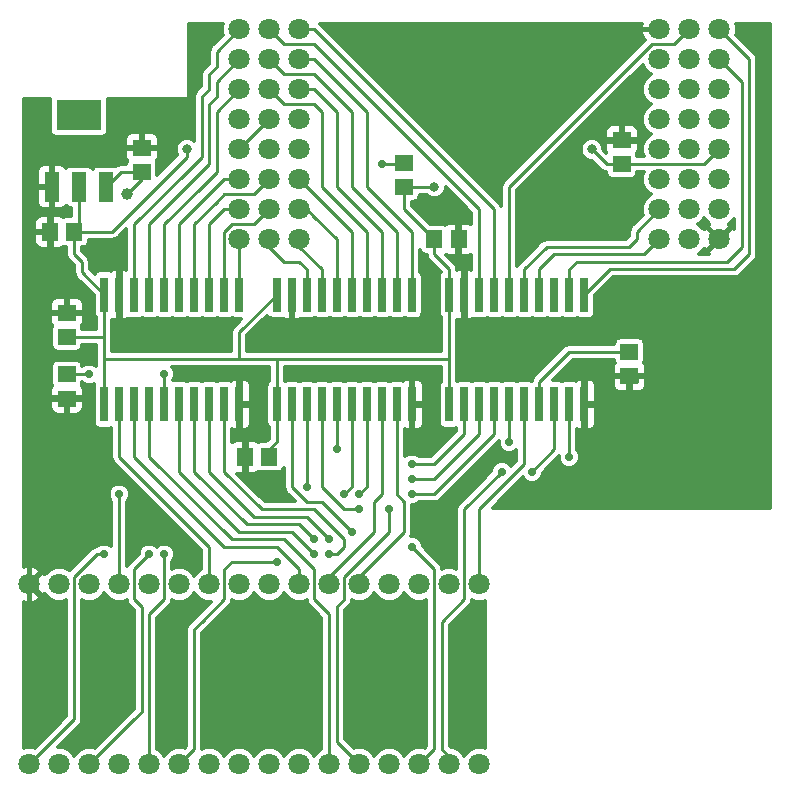
<source format=gtl>
G04 #@! TF.FileFunction,Copper,L1,Top,Signal*
%FSLAX46Y46*%
G04 Gerber Fmt 4.6, Leading zero omitted, Abs format (unit mm)*
G04 Created by KiCad (PCBNEW 4.0.7) date 02/11/20 08:43:37*
%MOMM*%
%LPD*%
G01*
G04 APERTURE LIST*
%ADD10C,0.200000*%
%ADD11C,1.800000*%
%ADD12R,1.500000X1.400000*%
%ADD13R,1.400000X1.500000*%
%ADD14R,1.300000X2.500000*%
%ADD15R,3.850000X2.600000*%
%ADD16R,0.700000X3.000000*%
%ADD17C,1.000000*%
%ADD18C,0.800000*%
%ADD19C,0.700000*%
%ADD20C,0.250000*%
%ADD21C,0.400000*%
%ADD22C,0.300000*%
G04 APERTURE END LIST*
D10*
D11*
X39370000Y18415000D03*
X36830000Y18415000D03*
X34290000Y18415000D03*
X31750000Y18415000D03*
X29210000Y18415000D03*
X26670000Y18415000D03*
X24130000Y18415000D03*
X21590000Y18415000D03*
X19050000Y18415000D03*
X16510000Y18415000D03*
X13970000Y18415000D03*
X11430000Y18415000D03*
X8890000Y18415000D03*
X6350000Y18415000D03*
X3810000Y18415000D03*
X1270000Y18415000D03*
X1270000Y3175000D03*
X3810000Y3175000D03*
X6350000Y3175000D03*
X8890000Y3175000D03*
X11430000Y3175000D03*
X13970000Y3175000D03*
X16510000Y3175000D03*
X19050000Y3175000D03*
X21590000Y3175000D03*
X24130000Y3175000D03*
X26670000Y3175000D03*
X29210000Y3175000D03*
X31750000Y3175000D03*
X34290000Y3175000D03*
X36830000Y3175000D03*
X39370000Y3175000D03*
D12*
X10795000Y53340000D03*
X10795000Y55384700D03*
D13*
X5080000Y48260000D03*
X3035300Y48260000D03*
D12*
X51435000Y53975000D03*
X51435000Y56019700D03*
X4445000Y39370000D03*
X4445000Y41414700D03*
D13*
X21590000Y29210000D03*
X19545300Y29210000D03*
X35560000Y47625000D03*
X37604700Y47625000D03*
D12*
X4445000Y36195000D03*
X4445000Y34150300D03*
X52070000Y38100000D03*
X52070000Y36055300D03*
X33020000Y52070000D03*
X33020000Y54114700D03*
D14*
X3175000Y52070000D03*
X5473700Y52070000D03*
X7772400Y52070000D03*
D15*
X5473700Y58166000D03*
D16*
X7620000Y33655000D03*
X8890000Y33655000D03*
X10160000Y33655000D03*
X11430000Y33655000D03*
X12700000Y33655000D03*
X13970000Y33655000D03*
X15240000Y33655000D03*
X16510000Y33655000D03*
X17780000Y33655000D03*
X19050000Y33655000D03*
X19050000Y42951400D03*
X17780000Y42951400D03*
X16510000Y42951400D03*
X15240000Y42951400D03*
X13970000Y42951400D03*
X12700000Y42951400D03*
X11430000Y42951400D03*
X10160000Y42951400D03*
X8890000Y42951400D03*
X7620000Y42951400D03*
X22225000Y33655000D03*
X23495000Y33655000D03*
X24765000Y33655000D03*
X26035000Y33655000D03*
X27305000Y33655000D03*
X28575000Y33655000D03*
X29845000Y33655000D03*
X31115000Y33655000D03*
X32385000Y33655000D03*
X33655000Y33655000D03*
X33655000Y42951400D03*
X32385000Y42951400D03*
X31115000Y42951400D03*
X29845000Y42951400D03*
X28575000Y42951400D03*
X27305000Y42951400D03*
X26035000Y42951400D03*
X24765000Y42951400D03*
X23495000Y42951400D03*
X22225000Y42951400D03*
X36830000Y33655000D03*
X38100000Y33655000D03*
X39370000Y33655000D03*
X40640000Y33655000D03*
X41910000Y33655000D03*
X43180000Y33655000D03*
X44450000Y33655000D03*
X45720000Y33655000D03*
X46990000Y33655000D03*
X48260000Y33655000D03*
X48260000Y42951400D03*
X46990000Y42951400D03*
X45720000Y42951400D03*
X44450000Y42951400D03*
X43180000Y42951400D03*
X41910000Y42951400D03*
X40640000Y42951400D03*
X39370000Y42951400D03*
X38100000Y42951400D03*
X36830000Y42951400D03*
D11*
X24130000Y47625000D03*
X21590000Y47625000D03*
X19050000Y47625000D03*
X24130000Y50165000D03*
X21590000Y50165000D03*
X19050000Y50165000D03*
X24130000Y52705000D03*
X21590000Y52705000D03*
X19050000Y52705000D03*
X24130000Y55245000D03*
X21590000Y55245000D03*
X19050000Y55245000D03*
X24130000Y57785000D03*
X21590000Y57785000D03*
X19050000Y57785000D03*
X24130000Y60325000D03*
X21590000Y60325000D03*
X19050000Y60325000D03*
X24130000Y62865000D03*
X21590000Y62865000D03*
X19050000Y62865000D03*
X24130000Y65405000D03*
X21590000Y65405000D03*
X19050000Y65405000D03*
X59690000Y65405000D03*
X57150000Y65405000D03*
X54610000Y65405000D03*
X59690000Y62865000D03*
X57150000Y62865000D03*
X54610000Y62865000D03*
X59690000Y60325000D03*
X57150000Y60325000D03*
X54610000Y60325000D03*
X59690000Y57785000D03*
X57150000Y57785000D03*
X54610000Y57785000D03*
X59690000Y55245000D03*
X57150000Y55245000D03*
X54610000Y55245000D03*
X59690000Y52705000D03*
X57150000Y52705000D03*
X54610000Y52705000D03*
X59690000Y50165000D03*
X57150000Y50165000D03*
X54610000Y50165000D03*
X59690000Y47625000D03*
X57150000Y47625000D03*
X54610000Y47625000D03*
D17*
X9525000Y51435000D03*
D18*
X5080000Y23495000D03*
X4445000Y26670000D03*
X6985000Y29210000D03*
X5080000Y31115000D03*
X43815000Y63500000D03*
X38100000Y64135000D03*
X29210000Y64135000D03*
X32385000Y61595000D03*
X40005000Y60325000D03*
X36830000Y57150000D03*
X60960000Y39370000D03*
X56515000Y35560000D03*
X59690000Y31750000D03*
X53340000Y31750000D03*
X49530000Y26670000D03*
X36195000Y21590000D03*
X36195000Y24765000D03*
X45720000Y26670000D03*
X40640000Y53975000D03*
X40640000Y52070000D03*
X35560000Y50165000D03*
X55880000Y41910000D03*
X50800000Y41910000D03*
X43180000Y36830000D03*
X34925000Y31750000D03*
X32385000Y36195000D03*
X33020000Y38735000D03*
X20320000Y39370000D03*
X21590000Y40640000D03*
X14605000Y36195000D03*
X10795000Y39370000D03*
X17145000Y39370000D03*
X6985000Y46355000D03*
X13970000Y58420000D03*
X10160000Y58420000D03*
X43815000Y57150000D03*
X45720000Y60325000D03*
X43815000Y52070000D03*
X46990000Y53340000D03*
X43180000Y48260000D03*
X38100000Y8255000D03*
X38100000Y12700000D03*
X25400000Y13970000D03*
X25400000Y9525000D03*
X13335000Y7620000D03*
X13335000Y15240000D03*
X17145000Y13970000D03*
X16510000Y8890000D03*
X6350000Y13970000D03*
X3810000Y13335000D03*
X9525000Y9525000D03*
X9525000Y13335000D03*
X20955000Y12700000D03*
X20955000Y8255000D03*
X33655000Y6350000D03*
X33020000Y9525000D03*
X33020000Y13970000D03*
X29210000Y14605000D03*
X28575000Y10795000D03*
X28575000Y6985000D03*
X1270000Y8255000D03*
X6350000Y8890000D03*
X3810000Y9525000D03*
X1270000Y14605000D03*
X49530000Y57785000D03*
X48895000Y63500000D03*
X17145000Y36195000D03*
X35560000Y36195000D03*
X39370000Y38735000D03*
X35560000Y38735000D03*
X48260000Y39370000D03*
X49530000Y36195000D03*
X4445000Y43815000D03*
X8890000Y46355000D03*
X37465000Y50165000D03*
X59690000Y43180000D03*
X48895000Y55245000D03*
X35560000Y52070000D03*
X14605000Y55245000D03*
D19*
X12700000Y36195000D03*
X6350000Y36195000D03*
X31115000Y53975000D03*
X27940000Y26035000D03*
X28575000Y22860000D03*
X26670000Y22225000D03*
X33655000Y27305000D03*
X33655000Y28575000D03*
X46990000Y29210000D03*
X41910000Y30480000D03*
X8890000Y26035000D03*
X7620000Y20955000D03*
X11430000Y20955000D03*
X12700000Y20955000D03*
X33655000Y26035000D03*
X22225000Y20320000D03*
X27305000Y29845000D03*
X24765000Y26670000D03*
X25400000Y22225000D03*
X25400000Y20955000D03*
X31750000Y24765000D03*
X29210000Y24765000D03*
X26670000Y20955000D03*
X29210000Y26035000D03*
X33655000Y21590000D03*
X41275000Y27940000D03*
X43815000Y27940000D03*
D20*
X10795000Y53340000D02*
X9042400Y53340000D01*
X9042400Y53340000D02*
X7772400Y52070000D01*
X10795000Y52705000D02*
X9525000Y51435000D01*
X10795000Y52705000D02*
X10795000Y53340000D01*
X10795000Y53340000D02*
X11430000Y53340000D01*
X4445000Y26670000D02*
X6985000Y29210000D01*
X5080000Y31115000D02*
X1270000Y31115000D01*
X29210000Y64135000D02*
X38100000Y64135000D01*
X41910000Y56515000D02*
X41275000Y57150000D01*
X38735000Y61595000D02*
X32385000Y61595000D01*
X40005000Y60325000D02*
X38735000Y61595000D01*
X41275000Y57150000D02*
X36830000Y57150000D01*
X50800000Y31750000D02*
X53340000Y31750000D01*
X59690000Y32385000D02*
X56515000Y35560000D01*
X59690000Y31750000D02*
X59690000Y32385000D01*
X46990000Y26670000D02*
X49530000Y26670000D01*
X50800000Y33655000D02*
X50800000Y31750000D01*
X50800000Y31750000D02*
X50800000Y30480000D01*
X36195000Y24765000D02*
X36195000Y21590000D01*
X46990000Y26670000D02*
X45720000Y26670000D01*
X50800000Y30480000D02*
X46990000Y26670000D01*
X40640000Y53975000D02*
X40640000Y53340000D01*
X41910000Y56515000D02*
X40640000Y55245000D01*
X40640000Y53975000D02*
X40640000Y55245000D01*
X40640000Y53340000D02*
X40640000Y52070000D01*
X50800000Y41910000D02*
X55880000Y41910000D01*
X52070000Y36055300D02*
X53835300Y36055300D01*
X53835300Y36055300D02*
X53975000Y36195000D01*
X33655000Y36195000D02*
X32385000Y36195000D01*
X35560000Y38735000D02*
X33020000Y38735000D01*
X21590000Y40005000D02*
X20955000Y40005000D01*
X20955000Y40005000D02*
X20320000Y39370000D01*
X23495000Y40005000D02*
X21590000Y40005000D01*
X21590000Y40005000D02*
X21590000Y40640000D01*
X17145000Y36195000D02*
X14605000Y36195000D01*
X8890000Y40005000D02*
X8890000Y42951400D01*
X11430000Y39370000D02*
X17145000Y39370000D01*
X10795000Y39370000D02*
X11430000Y39370000D01*
X9525000Y39370000D02*
X10795000Y39370000D01*
X8890000Y40005000D02*
X9525000Y39370000D01*
X8890000Y46355000D02*
X6985000Y46355000D01*
X10795000Y55384700D02*
X10795000Y57785000D01*
X10795000Y57785000D02*
X10160000Y58420000D01*
X42862500Y57467500D02*
X43180000Y57150000D01*
X43180000Y57150000D02*
X43815000Y57150000D01*
X43815000Y52070000D02*
X45720000Y52070000D01*
X45720000Y52070000D02*
X46990000Y53340000D01*
D21*
X1270000Y18415000D02*
X1270000Y14605000D01*
D20*
X19545300Y29210000D02*
X19545300Y30619700D01*
X19050000Y31115000D02*
X19050000Y33655000D01*
X19545300Y30619700D02*
X19050000Y31115000D01*
X1270000Y45085000D02*
X1905000Y45720000D01*
X3035300Y46850300D02*
X1905000Y45720000D01*
X3035300Y46850300D02*
X3035300Y48260000D01*
X37604700Y47625000D02*
X37604700Y46215300D01*
X38100000Y45720000D02*
X38100000Y42951400D01*
X37604700Y46215300D02*
X38100000Y45720000D01*
X38100000Y8255000D02*
X38100000Y12700000D01*
X1270000Y14605000D02*
X2540000Y13335000D01*
X22225000Y13970000D02*
X25400000Y13970000D01*
X16510000Y8890000D02*
X17145000Y8255000D01*
X13335000Y7620000D02*
X13335000Y15240000D01*
X17145000Y13970000D02*
X17145000Y9525000D01*
X17145000Y9525000D02*
X16510000Y8890000D01*
X6350000Y13970000D02*
X8890000Y13970000D01*
X8890000Y13970000D02*
X9525000Y13335000D01*
X17145000Y8255000D02*
X20955000Y8255000D01*
X20955000Y12700000D02*
X22225000Y13970000D01*
X2540000Y13335000D02*
X3810000Y13335000D01*
X33020000Y6985000D02*
X33655000Y6350000D01*
X33020000Y9525000D02*
X33020000Y6985000D01*
X32385000Y14605000D02*
X33020000Y13970000D01*
X29210000Y14605000D02*
X32385000Y14605000D01*
X28575000Y6985000D02*
X28575000Y10795000D01*
X1905000Y8255000D02*
X2540000Y8255000D01*
X1270000Y8255000D02*
X1905000Y8255000D01*
X2540000Y8255000D02*
X3810000Y9525000D01*
X49530000Y57785000D02*
X51435000Y57785000D01*
X51435000Y57785000D02*
X51435000Y56019700D01*
X52209700Y36195000D02*
X52070000Y36055300D01*
X50800000Y33655000D02*
X52070000Y34925000D01*
X48260000Y33655000D02*
X50800000Y33655000D01*
X52070000Y34925000D02*
X52070000Y36055300D01*
X49530000Y36195000D02*
X51930300Y36195000D01*
X51930300Y36195000D02*
X52070000Y36055300D01*
X17145000Y36195000D02*
X19050000Y36195000D01*
X19050000Y33655000D02*
X19050000Y36195000D01*
X23495000Y42951400D02*
X23495000Y40005000D01*
X33655000Y36195000D02*
X35560000Y36195000D01*
X33655000Y35560000D02*
X33655000Y33655000D01*
X33655000Y35560000D02*
X33655000Y36195000D01*
X23495000Y40005000D02*
X34290000Y40005000D01*
X34290000Y40005000D02*
X35560000Y38735000D01*
X44450000Y38735000D02*
X46355000Y38735000D01*
X44450000Y38735000D02*
X39370000Y38735000D01*
X46990000Y39370000D02*
X48260000Y39370000D01*
X46355000Y38735000D02*
X46990000Y39370000D01*
X4445000Y41414700D02*
X4445000Y43815000D01*
X8890000Y46355000D02*
X8890000Y42951400D01*
X38100000Y42951400D02*
X38100000Y40005000D01*
X38100000Y40005000D02*
X39370000Y38735000D01*
X4445000Y41414700D02*
X4305300Y41275000D01*
X4305300Y41275000D02*
X1270000Y41275000D01*
X4445000Y34150300D02*
X4305300Y34290000D01*
X4305300Y34290000D02*
X1270000Y34290000D01*
X1270000Y34925000D02*
X1270000Y39370000D01*
X1270000Y39370000D02*
X1270000Y41275000D01*
X1270000Y41275000D02*
X1270000Y45085000D01*
X37604700Y47625000D02*
X37465000Y47764700D01*
X37465000Y47764700D02*
X37465000Y50165000D01*
X41910000Y56515000D02*
X42862500Y57467500D01*
X42862500Y57467500D02*
X45720000Y60325000D01*
X45720000Y60325000D02*
X48895000Y63500000D01*
D21*
X48895000Y63500000D02*
X50800000Y65405000D01*
X50800000Y65405000D02*
X54610000Y65405000D01*
D20*
X19050000Y29705300D02*
X19545300Y29210000D01*
X38100000Y47129700D02*
X37604700Y47625000D01*
X52705000Y36055300D02*
X52705000Y35560000D01*
X59690000Y41910000D02*
X59690000Y43180000D01*
X53835300Y36055300D02*
X53975000Y36195000D01*
X53975000Y36195000D02*
X59690000Y41910000D01*
X52565300Y36195000D02*
X52705000Y36055300D01*
X49530000Y36195000D02*
X49669700Y36055300D01*
X3175000Y52070000D02*
X3175000Y53975000D01*
X4584700Y55384700D02*
X10795000Y55384700D01*
X3175000Y53975000D02*
X4584700Y55384700D01*
X3035300Y48260000D02*
X3175000Y48399700D01*
X3175000Y48399700D02*
X3175000Y52070000D01*
X1270000Y45085000D02*
X1270000Y45085000D01*
D21*
X1270000Y18415000D02*
X1270000Y31115000D01*
X1270000Y31115000D02*
X1270000Y34290000D01*
D20*
X1270000Y34290000D02*
X1270000Y34925000D01*
X51435000Y53975000D02*
X50165000Y53975000D01*
X35560000Y52070000D02*
X33020000Y52070000D01*
X48895000Y55245000D02*
X50165000Y53975000D01*
X51435000Y53975000D02*
X53340000Y53975000D01*
X53340000Y53975000D02*
X58420000Y53975000D01*
X58420000Y53975000D02*
X59690000Y55245000D01*
X22225000Y33655000D02*
X22225000Y37465000D01*
X19050000Y37465000D02*
X19050000Y39776400D01*
X19050000Y39776400D02*
X22225000Y42951400D01*
X4445000Y39370000D02*
X7620000Y39370000D01*
X21590000Y29210000D02*
X21590000Y29845000D01*
X21590000Y29845000D02*
X22225000Y30480000D01*
X22225000Y30480000D02*
X22225000Y33655000D01*
X36830000Y42951400D02*
X36830000Y45085000D01*
X35560000Y46355000D02*
X35560000Y47625000D01*
X36830000Y45085000D02*
X35560000Y46355000D01*
X33020000Y52070000D02*
X33020000Y50165000D01*
X33020000Y50165000D02*
X35560000Y47625000D01*
X36830000Y42951400D02*
X36830000Y37465000D01*
X22225000Y37465000D02*
X36830000Y37465000D01*
X36830000Y37465000D02*
X36830000Y33655000D01*
X7620000Y37465000D02*
X19050000Y37465000D01*
X19050000Y37465000D02*
X20320000Y37465000D01*
X20320000Y37465000D02*
X22225000Y37465000D01*
X5715000Y45720000D02*
X5715000Y44856400D01*
X5080000Y46355000D02*
X5715000Y45720000D01*
X5080000Y48260000D02*
X5080000Y46355000D01*
X5715000Y44856400D02*
X7620000Y42951400D01*
X7620000Y42951400D02*
X7620000Y39370000D01*
X7620000Y39370000D02*
X7620000Y37465000D01*
X7620000Y37465000D02*
X7620000Y33655000D01*
X19050000Y55245000D02*
X21590000Y57785000D01*
X5080000Y48260000D02*
X8255000Y48260000D01*
X14605000Y54610000D02*
X14605000Y55245000D01*
X8255000Y48260000D02*
X14605000Y54610000D01*
X5473700Y52070000D02*
X5473700Y48653700D01*
X5473700Y48653700D02*
X5080000Y48260000D01*
X4445000Y36195000D02*
X6350000Y36195000D01*
X12700000Y36195000D02*
X12700000Y33655000D01*
X52070000Y38100000D02*
X46990000Y38100000D01*
X44450000Y35560000D02*
X46990000Y38100000D01*
X44450000Y35560000D02*
X44450000Y33655000D01*
X32880300Y53975000D02*
X31115000Y53975000D01*
X32880300Y53975000D02*
X33020000Y54114700D01*
X43180000Y33655000D02*
X43180000Y28575000D01*
X39370000Y24765000D02*
X39370000Y18415000D01*
X43180000Y28575000D02*
X39370000Y24765000D01*
X28575000Y26670000D02*
X27940000Y26035000D01*
X28575000Y27940000D02*
X28575000Y33655000D01*
X28575000Y27940000D02*
X28575000Y26670000D01*
X23495000Y27940000D02*
X23495000Y26670000D01*
X23495000Y33655000D02*
X23495000Y27940000D01*
X26035000Y25400000D02*
X24765000Y25400000D01*
X24765000Y25400000D02*
X23495000Y26670000D01*
X28575000Y22860000D02*
X26035000Y25400000D01*
X26670000Y22225000D02*
X24765000Y24130000D01*
X16510000Y27940000D02*
X20320000Y24130000D01*
X20320000Y24130000D02*
X24765000Y24130000D01*
X16510000Y27940000D02*
X16510000Y33655000D01*
X32385000Y29210000D02*
X32385000Y30480000D01*
X32385000Y33655000D02*
X32385000Y30480000D01*
X33020000Y25400000D02*
X32385000Y26035000D01*
X32385000Y26035000D02*
X32385000Y29210000D01*
X33020000Y24130000D02*
X33020000Y22860000D01*
X33020000Y24130000D02*
X33020000Y25400000D01*
X29210000Y19050000D02*
X29845000Y19685000D01*
X29845000Y19685000D02*
X32385000Y22225000D01*
X32385000Y22225000D02*
X33020000Y22860000D01*
X29210000Y19050000D02*
X29210000Y18415000D01*
X33020000Y22860000D02*
X33020000Y22860000D01*
X26670000Y19050000D02*
X27940000Y20320000D01*
X27940000Y20320000D02*
X30480000Y22860000D01*
X30480000Y22860000D02*
X30480000Y25400000D01*
X30480000Y25400000D02*
X31115000Y26035000D01*
X31115000Y26035000D02*
X31115000Y33655000D01*
X26670000Y19050000D02*
X26670000Y18415000D01*
X26670000Y19050000D02*
X26670000Y18415000D01*
X17780000Y21590000D02*
X22225000Y21590000D01*
X10160000Y33655000D02*
X10160000Y29210000D01*
X10160000Y29210000D02*
X17780000Y21590000D01*
X24130000Y19685000D02*
X24130000Y18415000D01*
X22225000Y21590000D02*
X24130000Y19685000D01*
X39370000Y31115000D02*
X39370000Y33655000D01*
X35560000Y27305000D02*
X39370000Y31115000D01*
X33655000Y27305000D02*
X35560000Y27305000D01*
X35560000Y28575000D02*
X33655000Y28575000D01*
X38100000Y33655000D02*
X38100000Y31115000D01*
X35560000Y28575000D02*
X38100000Y31115000D01*
X8890000Y33655000D02*
X8890000Y29210000D01*
X16510000Y21590000D02*
X16510000Y18415000D01*
X8890000Y29210000D02*
X16510000Y21590000D01*
X46990000Y29210000D02*
X46990000Y33655000D01*
X41910000Y33655000D02*
X41910000Y31115000D01*
X41910000Y31115000D02*
X41910000Y30480000D01*
X8890000Y18415000D02*
X8890000Y26035000D01*
X6350000Y20320000D02*
X6985000Y20955000D01*
X5080000Y6985000D02*
X1270000Y3175000D01*
X5080000Y15875000D02*
X5080000Y6985000D01*
X5080000Y19050000D02*
X5080000Y15875000D01*
X6350000Y20320000D02*
X5080000Y19050000D01*
X6985000Y20955000D02*
X7620000Y20955000D01*
X10160000Y17145000D02*
X10795000Y16510000D01*
X10160000Y6985000D02*
X8890000Y5715000D01*
X8890000Y5715000D02*
X6350000Y3175000D01*
X10795000Y7620000D02*
X10160000Y6985000D01*
X10795000Y15875000D02*
X10795000Y7620000D01*
X10795000Y16510000D02*
X10795000Y15875000D01*
X10160000Y17145000D02*
X10160000Y17145000D01*
X10160000Y17145000D02*
X10160000Y17145000D01*
X10160000Y19685000D02*
X10160000Y17145000D01*
X11430000Y20955000D02*
X10160000Y19685000D01*
X11430000Y3175000D02*
X11430000Y15875000D01*
X12700000Y20955000D02*
X12700000Y17145000D01*
X11430000Y15875000D02*
X12700000Y17145000D01*
X15240000Y14605000D02*
X15240000Y4445000D01*
X19050000Y20320000D02*
X18415000Y20320000D01*
X19050000Y20320000D02*
X22225000Y20320000D01*
X33655000Y26035000D02*
X35560000Y26035000D01*
X35560000Y26035000D02*
X40640000Y31115000D01*
X40640000Y33655000D02*
X40640000Y31115000D01*
X17780000Y17145000D02*
X17780000Y19050000D01*
X15875000Y15240000D02*
X17780000Y17145000D01*
X17780000Y19685000D02*
X17780000Y19050000D01*
X18415000Y20320000D02*
X17780000Y19685000D01*
X15875000Y15240000D02*
X15240000Y14605000D01*
X15240000Y4445000D02*
X13970000Y3175000D01*
X13970000Y3175000D02*
X13970000Y3810000D01*
X27305000Y33655000D02*
X27305000Y29845000D01*
X24765000Y26670000D02*
X24765000Y33655000D01*
X15240000Y33655000D02*
X15240000Y27940000D01*
X24130000Y23495000D02*
X25400000Y22225000D01*
X19685000Y23495000D02*
X24130000Y23495000D01*
X15240000Y27940000D02*
X19685000Y23495000D01*
X13970000Y27940000D02*
X19050000Y22860000D01*
X19050000Y22860000D02*
X23495000Y22860000D01*
X23495000Y22860000D02*
X25400000Y20955000D01*
X13970000Y33655000D02*
X13970000Y27940000D01*
X25400000Y19685000D02*
X25400000Y17145000D01*
X22860000Y22225000D02*
X25400000Y19685000D01*
X18415000Y22225000D02*
X22860000Y22225000D01*
X11430000Y29210000D02*
X18415000Y22225000D01*
X11430000Y33655000D02*
X11430000Y29210000D01*
X26670000Y15875000D02*
X26670000Y3175000D01*
X25400000Y17145000D02*
X26670000Y15875000D01*
X26035000Y29210000D02*
X26035000Y26670000D01*
X27305000Y5080000D02*
X27305000Y16510000D01*
X27305000Y16510000D02*
X27940000Y17145000D01*
X27940000Y17145000D02*
X27940000Y19050000D01*
X31750000Y22860000D02*
X27940000Y19050000D01*
X26035000Y33655000D02*
X26035000Y29210000D01*
X31750000Y24765000D02*
X31750000Y22860000D01*
X27940000Y4445000D02*
X29210000Y3175000D01*
X27940000Y24765000D02*
X29210000Y24765000D01*
X26670000Y26035000D02*
X27940000Y24765000D01*
X27940000Y4445000D02*
X27305000Y5080000D01*
X26035000Y26670000D02*
X26670000Y26035000D01*
X27305000Y22860000D02*
X27940000Y22225000D01*
X17780000Y33655000D02*
X17780000Y27940000D01*
X20955000Y24765000D02*
X25400000Y24765000D01*
X17780000Y27940000D02*
X20955000Y24765000D01*
X27305000Y22860000D02*
X25400000Y24765000D01*
X27305000Y20955000D02*
X26670000Y20955000D01*
X27940000Y21590000D02*
X27305000Y20955000D01*
X27940000Y22225000D02*
X27940000Y21590000D01*
X34290000Y3175000D02*
X35560000Y4445000D01*
X35560000Y19685000D02*
X35560000Y15875000D01*
X35560000Y15875000D02*
X35560000Y5080000D01*
X35560000Y5080000D02*
X35560000Y4445000D01*
X29845000Y26670000D02*
X29845000Y33655000D01*
X29845000Y26670000D02*
X29210000Y26035000D01*
X33655000Y21590000D02*
X35560000Y19685000D01*
X38100000Y17145000D02*
X36195000Y15240000D01*
X45720000Y30480000D02*
X45720000Y29845000D01*
X38100000Y24765000D02*
X38100000Y17145000D01*
X45720000Y33655000D02*
X45720000Y30480000D01*
X45720000Y29845000D02*
X43815000Y27940000D01*
X38100000Y24765000D02*
X41275000Y27940000D01*
X36195000Y4445000D02*
X36830000Y3810000D01*
X36195000Y15240000D02*
X36195000Y4445000D01*
X36830000Y3810000D02*
X36830000Y3175000D01*
X45720000Y33020000D02*
X45720000Y34925000D01*
X19050000Y47625000D02*
X19050000Y42951400D01*
X18415000Y48895000D02*
X17780000Y48260000D01*
X17780000Y48260000D02*
X17780000Y42951400D01*
X21590000Y50165000D02*
X20320000Y48895000D01*
X18415000Y48895000D02*
X18415000Y48895000D01*
X20320000Y48895000D02*
X18415000Y48895000D01*
X16510000Y42951400D02*
X16510000Y48895000D01*
X17780000Y50165000D02*
X16510000Y48895000D01*
X17780000Y50165000D02*
X19050000Y50165000D01*
X15240000Y42951400D02*
X15240000Y48895000D01*
X20320000Y51435000D02*
X21590000Y52705000D01*
X17780000Y51435000D02*
X17145000Y50800000D01*
X20320000Y51435000D02*
X17780000Y51435000D01*
X17145000Y50800000D02*
X15240000Y48895000D01*
X13970000Y42951400D02*
X13970000Y48895000D01*
X13970000Y48895000D02*
X16510000Y51435000D01*
X19050000Y52705000D02*
X17780000Y52705000D01*
X16510000Y51435000D02*
X16510000Y51435000D01*
X17780000Y52705000D02*
X16510000Y51435000D01*
X12700000Y42951400D02*
X12700000Y48895000D01*
X12700000Y48895000D02*
X15875000Y52070000D01*
X17145000Y58420000D02*
X19050000Y60325000D01*
X17145000Y53340000D02*
X17145000Y58420000D01*
X15875000Y52070000D02*
X17145000Y53340000D01*
X15875000Y52070000D02*
X15875000Y52070000D01*
X11430000Y42951400D02*
X11430000Y48895000D01*
X11430000Y48895000D02*
X15240000Y52705000D01*
X17145000Y60960000D02*
X19050000Y62865000D01*
X17145000Y59690000D02*
X17145000Y60960000D01*
X16510000Y59055000D02*
X17145000Y59690000D01*
X16510000Y53975000D02*
X16510000Y59055000D01*
X15240000Y52705000D02*
X16510000Y53975000D01*
X15240000Y52705000D02*
X15240000Y52705000D01*
X10160000Y42951400D02*
X10160000Y48895000D01*
X10160000Y48895000D02*
X14605000Y53340000D01*
X17145000Y63500000D02*
X19050000Y65405000D01*
X17145000Y62230000D02*
X17145000Y63500000D01*
X16510000Y61595000D02*
X17145000Y62230000D01*
X16510000Y60325000D02*
X16510000Y61595000D01*
X15875000Y59690000D02*
X16510000Y60325000D01*
X15875000Y54610000D02*
X15875000Y59690000D01*
X14605000Y53340000D02*
X15875000Y54610000D01*
X14605000Y53340000D02*
X14605000Y53340000D01*
X29845000Y53340000D02*
X29845000Y52070000D01*
X29845000Y53340000D02*
X29845000Y58420000D01*
X29845000Y58420000D02*
X25400000Y62865000D01*
X24130000Y62865000D02*
X25400000Y62865000D01*
X33655000Y48260000D02*
X33655000Y42951400D01*
X29845000Y52070000D02*
X33655000Y48260000D01*
X28575000Y53340000D02*
X28575000Y52070000D01*
X28575000Y53340000D02*
X28575000Y58420000D01*
X28575000Y58420000D02*
X25400000Y61595000D01*
X25400000Y61595000D02*
X22860000Y61595000D01*
X21590000Y62865000D02*
X22860000Y61595000D01*
X32385000Y48260000D02*
X32385000Y42951400D01*
X28575000Y52070000D02*
X32385000Y48260000D01*
X27305000Y52070000D02*
X31115000Y48260000D01*
X27305000Y53340000D02*
X27305000Y58420000D01*
X27305000Y58420000D02*
X25400000Y60325000D01*
X24130000Y60325000D02*
X25400000Y60325000D01*
X27305000Y52070000D02*
X27305000Y53340000D01*
X31115000Y48260000D02*
X31115000Y42951400D01*
X29210000Y48895000D02*
X29845000Y48260000D01*
X26035000Y52070000D02*
X29210000Y48895000D01*
X26035000Y53340000D02*
X26035000Y52705000D01*
X26035000Y53340000D02*
X26035000Y58420000D01*
X26035000Y58420000D02*
X25400000Y59055000D01*
X25400000Y59055000D02*
X22860000Y59055000D01*
X21590000Y60325000D02*
X22860000Y59055000D01*
X26035000Y52705000D02*
X26035000Y52070000D01*
X29845000Y48260000D02*
X29845000Y42951400D01*
X26670000Y50165000D02*
X28575000Y48260000D01*
X24130000Y52705000D02*
X26670000Y50165000D01*
X28575000Y48260000D02*
X28575000Y42951400D01*
X25400000Y49530000D02*
X27305000Y47625000D01*
X24765000Y50165000D02*
X25400000Y49530000D01*
X27305000Y47625000D02*
X27305000Y42951400D01*
X24130000Y50165000D02*
X24765000Y50165000D01*
X24130000Y47625000D02*
X24130000Y46990000D01*
X24130000Y46990000D02*
X26035000Y45085000D01*
X26035000Y45085000D02*
X26035000Y42951400D01*
X22860000Y45720000D02*
X24130000Y45720000D01*
X21590000Y46990000D02*
X22860000Y45720000D01*
X24765000Y45085000D02*
X24765000Y42951400D01*
X24130000Y45720000D02*
X24765000Y45085000D01*
X21590000Y47625000D02*
X21590000Y46990000D01*
X60960000Y45085000D02*
X50393600Y45085000D01*
X62230000Y62865000D02*
X62230000Y60325000D01*
X62230000Y60325000D02*
X62230000Y46990000D01*
X62230000Y46990000D02*
X62230000Y46355000D01*
X62230000Y46355000D02*
X60960000Y45085000D01*
X59690000Y65405000D02*
X62230000Y62865000D01*
X50393600Y45085000D02*
X48260000Y42951400D01*
X59690000Y62865000D02*
X61595000Y60960000D01*
X46990000Y45085000D02*
X46990000Y42951400D01*
X61595000Y60960000D02*
X61595000Y46990000D01*
X61595000Y46990000D02*
X60325000Y45720000D01*
X60325000Y45720000D02*
X47625000Y45720000D01*
X47625000Y45720000D02*
X46990000Y45085000D01*
X45720000Y46355000D02*
X44450000Y45085000D01*
X54610000Y47625000D02*
X53340000Y46355000D01*
X45720000Y46355000D02*
X53340000Y46355000D01*
X44450000Y45085000D02*
X44450000Y42951400D01*
X45720000Y46990000D02*
X45085000Y46990000D01*
X54610000Y50165000D02*
X52705000Y48260000D01*
X52705000Y47625000D02*
X52705000Y48260000D01*
X52070000Y46990000D02*
X52705000Y47625000D01*
X45720000Y46990000D02*
X52070000Y46990000D01*
X43180000Y45085000D02*
X43180000Y42951400D01*
X45085000Y46990000D02*
X43180000Y45085000D01*
X52705000Y62865000D02*
X53975000Y64135000D01*
X54610000Y64135000D02*
X55880000Y64135000D01*
X57150000Y65405000D02*
X55880000Y64135000D01*
X41910000Y52070000D02*
X41910000Y50165000D01*
X52705000Y62865000D02*
X41910000Y52070000D01*
X53975000Y64135000D02*
X54610000Y64135000D01*
X41910000Y50165000D02*
X41910000Y50165000D01*
X41910000Y50165000D02*
X41910000Y42951400D01*
X25400000Y65405000D02*
X26035000Y64770000D01*
X24130000Y65405000D02*
X25400000Y65405000D01*
X40640000Y50165000D02*
X26035000Y64770000D01*
X40640000Y50165000D02*
X40640000Y42951400D01*
X39370000Y42951400D02*
X39370000Y50165000D01*
X22860000Y64135000D02*
X25400000Y64135000D01*
X22860000Y64135000D02*
X21590000Y65405000D01*
X39370000Y50165000D02*
X25400000Y64135000D01*
D22*
G36*
X22900033Y17594714D02*
X23307569Y17186467D01*
X23840312Y16965252D01*
X24417157Y16964749D01*
X24734751Y17095976D01*
X24776381Y16886688D01*
X24922703Y16667703D01*
X25995000Y15595406D01*
X25995000Y4464998D01*
X25849714Y4404967D01*
X25441467Y3997431D01*
X25400172Y3897982D01*
X25359967Y3995286D01*
X24952431Y4403533D01*
X24419688Y4624748D01*
X23842843Y4625251D01*
X23309714Y4404967D01*
X22901467Y3997431D01*
X22860172Y3897982D01*
X22819967Y3995286D01*
X22412431Y4403533D01*
X21879688Y4624748D01*
X21302843Y4625251D01*
X20769714Y4404967D01*
X20361467Y3997431D01*
X20320172Y3897982D01*
X20279967Y3995286D01*
X19872431Y4403533D01*
X19339688Y4624748D01*
X18762843Y4625251D01*
X18229714Y4404967D01*
X17821467Y3997431D01*
X17780172Y3897982D01*
X17739967Y3995286D01*
X17332431Y4403533D01*
X16799688Y4624748D01*
X16222843Y4625251D01*
X15915000Y4498053D01*
X15915000Y14325406D01*
X18257297Y16667703D01*
X18403619Y16886688D01*
X18445267Y17096070D01*
X18760312Y16965252D01*
X19337157Y16964749D01*
X19870286Y17185033D01*
X20278533Y17592569D01*
X20319828Y17692018D01*
X20360033Y17594714D01*
X20767569Y17186467D01*
X21300312Y16965252D01*
X21877157Y16964749D01*
X22410286Y17185033D01*
X22818533Y17592569D01*
X22859828Y17692018D01*
X22900033Y17594714D01*
X22900033Y17594714D01*
G37*
X22900033Y17594714D02*
X23307569Y17186467D01*
X23840312Y16965252D01*
X24417157Y16964749D01*
X24734751Y17095976D01*
X24776381Y16886688D01*
X24922703Y16667703D01*
X25995000Y15595406D01*
X25995000Y4464998D01*
X25849714Y4404967D01*
X25441467Y3997431D01*
X25400172Y3897982D01*
X25359967Y3995286D01*
X24952431Y4403533D01*
X24419688Y4624748D01*
X23842843Y4625251D01*
X23309714Y4404967D01*
X22901467Y3997431D01*
X22860172Y3897982D01*
X22819967Y3995286D01*
X22412431Y4403533D01*
X21879688Y4624748D01*
X21302843Y4625251D01*
X20769714Y4404967D01*
X20361467Y3997431D01*
X20320172Y3897982D01*
X20279967Y3995286D01*
X19872431Y4403533D01*
X19339688Y4624748D01*
X18762843Y4625251D01*
X18229714Y4404967D01*
X17821467Y3997431D01*
X17780172Y3897982D01*
X17739967Y3995286D01*
X17332431Y4403533D01*
X16799688Y4624748D01*
X16222843Y4625251D01*
X15915000Y4498053D01*
X15915000Y14325406D01*
X18257297Y16667703D01*
X18403619Y16886688D01*
X18445267Y17096070D01*
X18760312Y16965252D01*
X19337157Y16964749D01*
X19870286Y17185033D01*
X20278533Y17592569D01*
X20319828Y17692018D01*
X20360033Y17594714D01*
X20767569Y17186467D01*
X21300312Y16965252D01*
X21877157Y16964749D01*
X22410286Y17185033D01*
X22818533Y17592569D01*
X22859828Y17692018D01*
X22900033Y17594714D01*
G36*
X7660033Y17594714D02*
X8067569Y17186467D01*
X8600312Y16965252D01*
X9177157Y16964749D01*
X9494751Y17095976D01*
X9536381Y16886688D01*
X9682703Y16667703D01*
X10120000Y16230406D01*
X10120000Y7899594D01*
X6784869Y4564463D01*
X6639688Y4624748D01*
X6062843Y4625251D01*
X5529714Y4404967D01*
X5121467Y3997431D01*
X5080172Y3897982D01*
X5039967Y3995286D01*
X4632431Y4403533D01*
X4099688Y4624748D01*
X3674713Y4625119D01*
X5557297Y6507703D01*
X5703619Y6726688D01*
X5755000Y6985000D01*
X5755000Y17092029D01*
X6060312Y16965252D01*
X6637157Y16964749D01*
X7170286Y17185033D01*
X7578533Y17592569D01*
X7619828Y17692018D01*
X7660033Y17594714D01*
X7660033Y17594714D01*
G37*
X7660033Y17594714D02*
X8067569Y17186467D01*
X8600312Y16965252D01*
X9177157Y16964749D01*
X9494751Y17095976D01*
X9536381Y16886688D01*
X9682703Y16667703D01*
X10120000Y16230406D01*
X10120000Y7899594D01*
X6784869Y4564463D01*
X6639688Y4624748D01*
X6062843Y4625251D01*
X5529714Y4404967D01*
X5121467Y3997431D01*
X5080172Y3897982D01*
X5039967Y3995286D01*
X4632431Y4403533D01*
X4099688Y4624748D01*
X3674713Y4625119D01*
X5557297Y6507703D01*
X5703619Y6726688D01*
X5755000Y6985000D01*
X5755000Y17092029D01*
X6060312Y16965252D01*
X6637157Y16964749D01*
X7170286Y17185033D01*
X7578533Y17592569D01*
X7619828Y17692018D01*
X7660033Y17594714D01*
G36*
X39080312Y16965252D02*
X39657157Y16964749D01*
X39855000Y17046496D01*
X39855000Y4543647D01*
X39659688Y4624748D01*
X39082843Y4625251D01*
X38549714Y4404967D01*
X38141467Y3997431D01*
X38100172Y3897982D01*
X38059967Y3995286D01*
X37652431Y4403533D01*
X37119688Y4624748D01*
X36969715Y4624879D01*
X36870000Y4724594D01*
X36870000Y14960406D01*
X38577297Y16667703D01*
X38723619Y16886688D01*
X38765267Y17096070D01*
X39080312Y16965252D01*
X39080312Y16965252D01*
G37*
X39080312Y16965252D02*
X39657157Y16964749D01*
X39855000Y17046496D01*
X39855000Y4543647D01*
X39659688Y4624748D01*
X39082843Y4625251D01*
X38549714Y4404967D01*
X38141467Y3997431D01*
X38100172Y3897982D01*
X38059967Y3995286D01*
X37652431Y4403533D01*
X37119688Y4624748D01*
X36969715Y4624879D01*
X36870000Y4724594D01*
X36870000Y14960406D01*
X38577297Y16667703D01*
X38723619Y16886688D01*
X38765267Y17096070D01*
X39080312Y16965252D01*
G36*
X33060033Y17594714D02*
X33467569Y17186467D01*
X34000312Y16965252D01*
X34577157Y16964749D01*
X34885000Y17091947D01*
X34885000Y4724594D01*
X34724869Y4564463D01*
X34579688Y4624748D01*
X34002843Y4625251D01*
X33469714Y4404967D01*
X33061467Y3997431D01*
X33020172Y3897982D01*
X32979967Y3995286D01*
X32572431Y4403533D01*
X32039688Y4624748D01*
X31462843Y4625251D01*
X30929714Y4404967D01*
X30521467Y3997431D01*
X30480172Y3897982D01*
X30439967Y3995286D01*
X30032431Y4403533D01*
X29499688Y4624748D01*
X28922843Y4625251D01*
X28775305Y4564289D01*
X27980000Y5359594D01*
X27980000Y16230406D01*
X28417297Y16667703D01*
X28563619Y16886689D01*
X28605267Y17096070D01*
X28920312Y16965252D01*
X29497157Y16964749D01*
X30030286Y17185033D01*
X30438533Y17592569D01*
X30479828Y17692018D01*
X30520033Y17594714D01*
X30927569Y17186467D01*
X31460312Y16965252D01*
X32037157Y16964749D01*
X32570286Y17185033D01*
X32978533Y17592569D01*
X33019828Y17692018D01*
X33060033Y17594714D01*
X33060033Y17594714D01*
G37*
X33060033Y17594714D02*
X33467569Y17186467D01*
X34000312Y16965252D01*
X34577157Y16964749D01*
X34885000Y17091947D01*
X34885000Y4724594D01*
X34724869Y4564463D01*
X34579688Y4624748D01*
X34002843Y4625251D01*
X33469714Y4404967D01*
X33061467Y3997431D01*
X33020172Y3897982D01*
X32979967Y3995286D01*
X32572431Y4403533D01*
X32039688Y4624748D01*
X31462843Y4625251D01*
X30929714Y4404967D01*
X30521467Y3997431D01*
X30480172Y3897982D01*
X30439967Y3995286D01*
X30032431Y4403533D01*
X29499688Y4624748D01*
X28922843Y4625251D01*
X28775305Y4564289D01*
X27980000Y5359594D01*
X27980000Y16230406D01*
X28417297Y16667703D01*
X28563619Y16886689D01*
X28605267Y17096070D01*
X28920312Y16965252D01*
X29497157Y16964749D01*
X30030286Y17185033D01*
X30438533Y17592569D01*
X30479828Y17692018D01*
X30520033Y17594714D01*
X30927569Y17186467D01*
X31460312Y16965252D01*
X32037157Y16964749D01*
X32570286Y17185033D01*
X32978533Y17592569D01*
X33019828Y17692018D01*
X33060033Y17594714D01*
G36*
X15280033Y17594714D02*
X15687569Y17186467D01*
X16220312Y16965252D01*
X16645287Y16964881D01*
X14762703Y15082297D01*
X14616381Y14863312D01*
X14616381Y14863311D01*
X14565000Y14605000D01*
X14565000Y4724594D01*
X14404869Y4564463D01*
X14259688Y4624748D01*
X13682843Y4625251D01*
X13149714Y4404967D01*
X12741467Y3997431D01*
X12700172Y3897982D01*
X12659967Y3995286D01*
X12252431Y4403533D01*
X12105000Y4464752D01*
X12105000Y15595406D01*
X13177297Y16667703D01*
X13323619Y16886688D01*
X13365267Y17096070D01*
X13680312Y16965252D01*
X14257157Y16964749D01*
X14790286Y17185033D01*
X15198533Y17592569D01*
X15239828Y17692018D01*
X15280033Y17594714D01*
X15280033Y17594714D01*
G37*
X15280033Y17594714D02*
X15687569Y17186467D01*
X16220312Y16965252D01*
X16645287Y16964881D01*
X14762703Y15082297D01*
X14616381Y14863312D01*
X14616381Y14863311D01*
X14565000Y14605000D01*
X14565000Y4724594D01*
X14404869Y4564463D01*
X14259688Y4624748D01*
X13682843Y4625251D01*
X13149714Y4404967D01*
X12741467Y3997431D01*
X12700172Y3897982D01*
X12659967Y3995286D01*
X12252431Y4403533D01*
X12105000Y4464752D01*
X12105000Y15595406D01*
X13177297Y16667703D01*
X13323619Y16886688D01*
X13365267Y17096070D01*
X13680312Y16965252D01*
X14257157Y16964749D01*
X14790286Y17185033D01*
X15198533Y17592569D01*
X15239828Y17692018D01*
X15280033Y17594714D01*
G36*
X17600252Y65694688D02*
X17599749Y65117843D01*
X17660711Y64970305D01*
X16667703Y63977297D01*
X16521381Y63758312D01*
X16521381Y63758311D01*
X16470000Y63500000D01*
X16470000Y62509594D01*
X16032703Y62072297D01*
X15886381Y61853312D01*
X15886381Y61853311D01*
X15835000Y61595000D01*
X15835000Y60604594D01*
X15397703Y60167297D01*
X15251381Y59948312D01*
X15231369Y59847703D01*
X15200000Y59690000D01*
X15200000Y55993639D01*
X15143835Y56049902D01*
X14794796Y56194835D01*
X14416862Y56195165D01*
X14067571Y56050841D01*
X13800098Y55783835D01*
X13655165Y55434796D01*
X13654835Y55056862D01*
X13784194Y54743788D01*
X12105775Y53065369D01*
X12105775Y54040000D01*
X12067424Y54243818D01*
X12054600Y54263747D01*
X12102826Y54311973D01*
X12203000Y54553816D01*
X12203000Y55116200D01*
X12038500Y55280700D01*
X10899000Y55280700D01*
X10899000Y55260700D01*
X10691000Y55260700D01*
X10691000Y55280700D01*
X9551500Y55280700D01*
X9387000Y55116200D01*
X9387000Y54553816D01*
X9487174Y54311973D01*
X9533508Y54265640D01*
X9528406Y54258173D01*
X9484225Y54040000D01*
X9484225Y54015000D01*
X9042400Y54015000D01*
X8784088Y53963619D01*
X8604819Y53843834D01*
X8422400Y53880775D01*
X7122400Y53880775D01*
X6918582Y53842424D01*
X6731388Y53721968D01*
X6621812Y53561599D01*
X6525668Y53711012D01*
X6341873Y53836594D01*
X6123700Y53880775D01*
X4823700Y53880775D01*
X4619882Y53842424D01*
X4432688Y53721968D01*
X4394104Y53665498D01*
X4382825Y53692727D01*
X4197727Y53877826D01*
X3955884Y53978000D01*
X3443500Y53978000D01*
X3279000Y53813500D01*
X3279000Y52174000D01*
X3299000Y52174000D01*
X3299000Y51966000D01*
X3279000Y51966000D01*
X3279000Y50326500D01*
X3443500Y50162000D01*
X3955884Y50162000D01*
X4197727Y50262174D01*
X4382825Y50447273D01*
X4393454Y50472933D01*
X4421732Y50428988D01*
X4605527Y50303406D01*
X4798700Y50264288D01*
X4798700Y49570775D01*
X4380000Y49570775D01*
X4176182Y49532424D01*
X4156253Y49519600D01*
X4108027Y49567826D01*
X3866184Y49668000D01*
X3303800Y49668000D01*
X3139300Y49503500D01*
X3139300Y48364000D01*
X3159300Y48364000D01*
X3159300Y48156000D01*
X3139300Y48156000D01*
X3139300Y47016500D01*
X3303800Y46852000D01*
X3866184Y46852000D01*
X4108027Y46952174D01*
X4154360Y46998508D01*
X4161827Y46993406D01*
X4380000Y46949225D01*
X4405000Y46949225D01*
X4405000Y46355000D01*
X4456381Y46096688D01*
X4602703Y45877703D01*
X5040000Y45440406D01*
X5040000Y44856400D01*
X5091381Y44598088D01*
X5237703Y44379103D01*
X6709225Y42907581D01*
X6709225Y41451400D01*
X6747576Y41247582D01*
X6868032Y41060388D01*
X6945000Y41007798D01*
X6945000Y40045000D01*
X5755775Y40045000D01*
X5755775Y40070000D01*
X5717424Y40273818D01*
X5704600Y40293747D01*
X5752826Y40341973D01*
X5853000Y40583816D01*
X5853000Y41146200D01*
X5688500Y41310700D01*
X4549000Y41310700D01*
X4549000Y41290700D01*
X4341000Y41290700D01*
X4341000Y41310700D01*
X3201500Y41310700D01*
X3037000Y41146200D01*
X3037000Y40583816D01*
X3137174Y40341973D01*
X3183508Y40295640D01*
X3178406Y40288173D01*
X3134225Y40070000D01*
X3134225Y38670000D01*
X3172576Y38466182D01*
X3293032Y38278988D01*
X3476827Y38153406D01*
X3695000Y38109225D01*
X5195000Y38109225D01*
X5398818Y38147576D01*
X5586012Y38268032D01*
X5711594Y38451827D01*
X5755775Y38670000D01*
X5755775Y38695000D01*
X6945000Y38695000D01*
X6945000Y36872865D01*
X6860475Y36957538D01*
X6529806Y37094843D01*
X6171764Y37095156D01*
X5840857Y36958428D01*
X5755775Y36873494D01*
X5755775Y36895000D01*
X5717424Y37098818D01*
X5596968Y37286012D01*
X5413173Y37411594D01*
X5195000Y37455775D01*
X3695000Y37455775D01*
X3491182Y37417424D01*
X3303988Y37296968D01*
X3178406Y37113173D01*
X3134225Y36895000D01*
X3134225Y35495000D01*
X3172576Y35291182D01*
X3185400Y35271253D01*
X3137174Y35223027D01*
X3037000Y34981184D01*
X3037000Y34418800D01*
X3201500Y34254300D01*
X4341000Y34254300D01*
X4341000Y34274300D01*
X4549000Y34274300D01*
X4549000Y34254300D01*
X5688500Y34254300D01*
X5853000Y34418800D01*
X5853000Y34981184D01*
X5752826Y35223027D01*
X5706492Y35269360D01*
X5711594Y35276827D01*
X5755775Y35495000D01*
X5755775Y35516358D01*
X5839525Y35432462D01*
X6170194Y35295157D01*
X6528236Y35294844D01*
X6767410Y35393669D01*
X6753406Y35373173D01*
X6709225Y35155000D01*
X6709225Y32155000D01*
X6747576Y31951182D01*
X6868032Y31763988D01*
X7051827Y31638406D01*
X7270000Y31594225D01*
X7970000Y31594225D01*
X8173818Y31632576D01*
X8215000Y31659076D01*
X8215000Y29210000D01*
X8266381Y28951688D01*
X8412703Y28732703D01*
X15835000Y21310406D01*
X15835000Y19704998D01*
X15689714Y19644967D01*
X15281467Y19237431D01*
X15240172Y19137982D01*
X15199967Y19235286D01*
X14792431Y19643533D01*
X14259688Y19864748D01*
X13682843Y19865251D01*
X13375000Y19738053D01*
X13375000Y20357140D01*
X13462538Y20444525D01*
X13599843Y20775194D01*
X13600156Y21133236D01*
X13463428Y21464143D01*
X13210475Y21717538D01*
X12879806Y21854843D01*
X12521764Y21855156D01*
X12190857Y21718428D01*
X12065002Y21592793D01*
X11940475Y21717538D01*
X11609806Y21854843D01*
X11251764Y21855156D01*
X10920857Y21718428D01*
X10667462Y21465475D01*
X10530157Y21134806D01*
X10530048Y21009642D01*
X9682703Y20162297D01*
X9565000Y19986143D01*
X9565000Y25437140D01*
X9652538Y25524525D01*
X9789843Y25855194D01*
X9790156Y26213236D01*
X9653428Y26544143D01*
X9400475Y26797538D01*
X9069806Y26934843D01*
X8711764Y26935156D01*
X8380857Y26798428D01*
X8127462Y26545475D01*
X7990157Y26214806D01*
X7989844Y25856764D01*
X8126572Y25525857D01*
X8215000Y25437274D01*
X8215000Y21632865D01*
X8130475Y21717538D01*
X7799806Y21854843D01*
X7441764Y21855156D01*
X7110857Y21718428D01*
X7022274Y21630000D01*
X6985000Y21630000D01*
X6726689Y21578619D01*
X6507703Y21432297D01*
X4675647Y19600241D01*
X4632431Y19643533D01*
X4099688Y19864748D01*
X3522843Y19865251D01*
X2989714Y19644967D01*
X2608287Y19264204D01*
X2347786Y19345708D01*
X1417078Y18415000D01*
X2347786Y17484292D01*
X2608755Y17565942D01*
X2987569Y17186467D01*
X3520312Y16965252D01*
X4097157Y16964749D01*
X4405000Y17091947D01*
X4405000Y7264594D01*
X1704869Y4564463D01*
X1559688Y4624748D01*
X982843Y4625251D01*
X785000Y4543504D01*
X785000Y16932336D01*
X1001089Y16849403D01*
X1620686Y16865669D01*
X2117569Y17071486D01*
X2200708Y17337214D01*
X1270000Y18267922D01*
X1255858Y18253779D01*
X1108780Y18400857D01*
X1122922Y18415000D01*
X1108780Y18429142D01*
X1255858Y18576220D01*
X1270000Y18562078D01*
X2200708Y19492786D01*
X2117569Y19758514D01*
X1538911Y19980597D01*
X919314Y19964331D01*
X785000Y19908696D01*
X785000Y33881800D01*
X3037000Y33881800D01*
X3037000Y33319416D01*
X3137174Y33077573D01*
X3322273Y32892475D01*
X3564115Y32792300D01*
X4176500Y32792300D01*
X4341000Y32956800D01*
X4341000Y34046300D01*
X4549000Y34046300D01*
X4549000Y32956800D01*
X4713500Y32792300D01*
X5325885Y32792300D01*
X5567727Y32892475D01*
X5752826Y33077573D01*
X5853000Y33319416D01*
X5853000Y33881800D01*
X5688500Y34046300D01*
X4549000Y34046300D01*
X4341000Y34046300D01*
X3201500Y34046300D01*
X3037000Y33881800D01*
X785000Y33881800D01*
X785000Y42245584D01*
X3037000Y42245584D01*
X3037000Y41683200D01*
X3201500Y41518700D01*
X4341000Y41518700D01*
X4341000Y42608200D01*
X4549000Y42608200D01*
X4549000Y41518700D01*
X5688500Y41518700D01*
X5853000Y41683200D01*
X5853000Y42245584D01*
X5752826Y42487427D01*
X5567727Y42672525D01*
X5325885Y42772700D01*
X4713500Y42772700D01*
X4549000Y42608200D01*
X4341000Y42608200D01*
X4176500Y42772700D01*
X3564115Y42772700D01*
X3322273Y42672525D01*
X3137174Y42487427D01*
X3037000Y42245584D01*
X785000Y42245584D01*
X785000Y47991500D01*
X1677300Y47991500D01*
X1677300Y47379115D01*
X1777475Y47137273D01*
X1962573Y46952174D01*
X2204416Y46852000D01*
X2766800Y46852000D01*
X2931300Y47016500D01*
X2931300Y48156000D01*
X1841800Y48156000D01*
X1677300Y47991500D01*
X785000Y47991500D01*
X785000Y49140885D01*
X1677300Y49140885D01*
X1677300Y48528500D01*
X1841800Y48364000D01*
X2931300Y48364000D01*
X2931300Y49503500D01*
X2766800Y49668000D01*
X2204416Y49668000D01*
X1962573Y49567826D01*
X1777475Y49382727D01*
X1677300Y49140885D01*
X785000Y49140885D01*
X785000Y51801500D01*
X1867000Y51801500D01*
X1867000Y50689115D01*
X1967175Y50447273D01*
X2152273Y50262174D01*
X2394116Y50162000D01*
X2906500Y50162000D01*
X3071000Y50326500D01*
X3071000Y51966000D01*
X2031500Y51966000D01*
X1867000Y51801500D01*
X785000Y51801500D01*
X785000Y53450885D01*
X1867000Y53450885D01*
X1867000Y52338500D01*
X2031500Y52174000D01*
X3071000Y52174000D01*
X3071000Y53813500D01*
X2906500Y53978000D01*
X2394116Y53978000D01*
X2152273Y53877826D01*
X1967175Y53692727D01*
X1867000Y53450885D01*
X785000Y53450885D01*
X785000Y56215584D01*
X9387000Y56215584D01*
X9387000Y55653200D01*
X9551500Y55488700D01*
X10691000Y55488700D01*
X10691000Y56578200D01*
X10899000Y56578200D01*
X10899000Y55488700D01*
X12038500Y55488700D01*
X12203000Y55653200D01*
X12203000Y56215584D01*
X12102826Y56457427D01*
X11917727Y56642525D01*
X11675885Y56742700D01*
X11063500Y56742700D01*
X10899000Y56578200D01*
X10691000Y56578200D01*
X10526500Y56742700D01*
X9914115Y56742700D01*
X9672273Y56642525D01*
X9487174Y56457427D01*
X9387000Y56215584D01*
X785000Y56215584D01*
X785000Y59540000D01*
X3002910Y59540000D01*
X2987925Y59466000D01*
X2987925Y56866000D01*
X3026276Y56662182D01*
X3146732Y56474988D01*
X3330527Y56349406D01*
X3548700Y56305225D01*
X7398700Y56305225D01*
X7602518Y56343576D01*
X7789712Y56464032D01*
X7915294Y56647827D01*
X7959475Y56866000D01*
X7959475Y59466000D01*
X7945551Y59540000D01*
X14605000Y59540000D01*
X14663358Y59551818D01*
X14712521Y59585409D01*
X14744742Y59635481D01*
X14755000Y59690000D01*
X14755000Y65890000D01*
X17681353Y65890000D01*
X17600252Y65694688D01*
X17600252Y65694688D01*
G37*
X17600252Y65694688D02*
X17599749Y65117843D01*
X17660711Y64970305D01*
X16667703Y63977297D01*
X16521381Y63758312D01*
X16521381Y63758311D01*
X16470000Y63500000D01*
X16470000Y62509594D01*
X16032703Y62072297D01*
X15886381Y61853312D01*
X15886381Y61853311D01*
X15835000Y61595000D01*
X15835000Y60604594D01*
X15397703Y60167297D01*
X15251381Y59948312D01*
X15231369Y59847703D01*
X15200000Y59690000D01*
X15200000Y55993639D01*
X15143835Y56049902D01*
X14794796Y56194835D01*
X14416862Y56195165D01*
X14067571Y56050841D01*
X13800098Y55783835D01*
X13655165Y55434796D01*
X13654835Y55056862D01*
X13784194Y54743788D01*
X12105775Y53065369D01*
X12105775Y54040000D01*
X12067424Y54243818D01*
X12054600Y54263747D01*
X12102826Y54311973D01*
X12203000Y54553816D01*
X12203000Y55116200D01*
X12038500Y55280700D01*
X10899000Y55280700D01*
X10899000Y55260700D01*
X10691000Y55260700D01*
X10691000Y55280700D01*
X9551500Y55280700D01*
X9387000Y55116200D01*
X9387000Y54553816D01*
X9487174Y54311973D01*
X9533508Y54265640D01*
X9528406Y54258173D01*
X9484225Y54040000D01*
X9484225Y54015000D01*
X9042400Y54015000D01*
X8784088Y53963619D01*
X8604819Y53843834D01*
X8422400Y53880775D01*
X7122400Y53880775D01*
X6918582Y53842424D01*
X6731388Y53721968D01*
X6621812Y53561599D01*
X6525668Y53711012D01*
X6341873Y53836594D01*
X6123700Y53880775D01*
X4823700Y53880775D01*
X4619882Y53842424D01*
X4432688Y53721968D01*
X4394104Y53665498D01*
X4382825Y53692727D01*
X4197727Y53877826D01*
X3955884Y53978000D01*
X3443500Y53978000D01*
X3279000Y53813500D01*
X3279000Y52174000D01*
X3299000Y52174000D01*
X3299000Y51966000D01*
X3279000Y51966000D01*
X3279000Y50326500D01*
X3443500Y50162000D01*
X3955884Y50162000D01*
X4197727Y50262174D01*
X4382825Y50447273D01*
X4393454Y50472933D01*
X4421732Y50428988D01*
X4605527Y50303406D01*
X4798700Y50264288D01*
X4798700Y49570775D01*
X4380000Y49570775D01*
X4176182Y49532424D01*
X4156253Y49519600D01*
X4108027Y49567826D01*
X3866184Y49668000D01*
X3303800Y49668000D01*
X3139300Y49503500D01*
X3139300Y48364000D01*
X3159300Y48364000D01*
X3159300Y48156000D01*
X3139300Y48156000D01*
X3139300Y47016500D01*
X3303800Y46852000D01*
X3866184Y46852000D01*
X4108027Y46952174D01*
X4154360Y46998508D01*
X4161827Y46993406D01*
X4380000Y46949225D01*
X4405000Y46949225D01*
X4405000Y46355000D01*
X4456381Y46096688D01*
X4602703Y45877703D01*
X5040000Y45440406D01*
X5040000Y44856400D01*
X5091381Y44598088D01*
X5237703Y44379103D01*
X6709225Y42907581D01*
X6709225Y41451400D01*
X6747576Y41247582D01*
X6868032Y41060388D01*
X6945000Y41007798D01*
X6945000Y40045000D01*
X5755775Y40045000D01*
X5755775Y40070000D01*
X5717424Y40273818D01*
X5704600Y40293747D01*
X5752826Y40341973D01*
X5853000Y40583816D01*
X5853000Y41146200D01*
X5688500Y41310700D01*
X4549000Y41310700D01*
X4549000Y41290700D01*
X4341000Y41290700D01*
X4341000Y41310700D01*
X3201500Y41310700D01*
X3037000Y41146200D01*
X3037000Y40583816D01*
X3137174Y40341973D01*
X3183508Y40295640D01*
X3178406Y40288173D01*
X3134225Y40070000D01*
X3134225Y38670000D01*
X3172576Y38466182D01*
X3293032Y38278988D01*
X3476827Y38153406D01*
X3695000Y38109225D01*
X5195000Y38109225D01*
X5398818Y38147576D01*
X5586012Y38268032D01*
X5711594Y38451827D01*
X5755775Y38670000D01*
X5755775Y38695000D01*
X6945000Y38695000D01*
X6945000Y36872865D01*
X6860475Y36957538D01*
X6529806Y37094843D01*
X6171764Y37095156D01*
X5840857Y36958428D01*
X5755775Y36873494D01*
X5755775Y36895000D01*
X5717424Y37098818D01*
X5596968Y37286012D01*
X5413173Y37411594D01*
X5195000Y37455775D01*
X3695000Y37455775D01*
X3491182Y37417424D01*
X3303988Y37296968D01*
X3178406Y37113173D01*
X3134225Y36895000D01*
X3134225Y35495000D01*
X3172576Y35291182D01*
X3185400Y35271253D01*
X3137174Y35223027D01*
X3037000Y34981184D01*
X3037000Y34418800D01*
X3201500Y34254300D01*
X4341000Y34254300D01*
X4341000Y34274300D01*
X4549000Y34274300D01*
X4549000Y34254300D01*
X5688500Y34254300D01*
X5853000Y34418800D01*
X5853000Y34981184D01*
X5752826Y35223027D01*
X5706492Y35269360D01*
X5711594Y35276827D01*
X5755775Y35495000D01*
X5755775Y35516358D01*
X5839525Y35432462D01*
X6170194Y35295157D01*
X6528236Y35294844D01*
X6767410Y35393669D01*
X6753406Y35373173D01*
X6709225Y35155000D01*
X6709225Y32155000D01*
X6747576Y31951182D01*
X6868032Y31763988D01*
X7051827Y31638406D01*
X7270000Y31594225D01*
X7970000Y31594225D01*
X8173818Y31632576D01*
X8215000Y31659076D01*
X8215000Y29210000D01*
X8266381Y28951688D01*
X8412703Y28732703D01*
X15835000Y21310406D01*
X15835000Y19704998D01*
X15689714Y19644967D01*
X15281467Y19237431D01*
X15240172Y19137982D01*
X15199967Y19235286D01*
X14792431Y19643533D01*
X14259688Y19864748D01*
X13682843Y19865251D01*
X13375000Y19738053D01*
X13375000Y20357140D01*
X13462538Y20444525D01*
X13599843Y20775194D01*
X13600156Y21133236D01*
X13463428Y21464143D01*
X13210475Y21717538D01*
X12879806Y21854843D01*
X12521764Y21855156D01*
X12190857Y21718428D01*
X12065002Y21592793D01*
X11940475Y21717538D01*
X11609806Y21854843D01*
X11251764Y21855156D01*
X10920857Y21718428D01*
X10667462Y21465475D01*
X10530157Y21134806D01*
X10530048Y21009642D01*
X9682703Y20162297D01*
X9565000Y19986143D01*
X9565000Y25437140D01*
X9652538Y25524525D01*
X9789843Y25855194D01*
X9790156Y26213236D01*
X9653428Y26544143D01*
X9400475Y26797538D01*
X9069806Y26934843D01*
X8711764Y26935156D01*
X8380857Y26798428D01*
X8127462Y26545475D01*
X7990157Y26214806D01*
X7989844Y25856764D01*
X8126572Y25525857D01*
X8215000Y25437274D01*
X8215000Y21632865D01*
X8130475Y21717538D01*
X7799806Y21854843D01*
X7441764Y21855156D01*
X7110857Y21718428D01*
X7022274Y21630000D01*
X6985000Y21630000D01*
X6726689Y21578619D01*
X6507703Y21432297D01*
X4675647Y19600241D01*
X4632431Y19643533D01*
X4099688Y19864748D01*
X3522843Y19865251D01*
X2989714Y19644967D01*
X2608287Y19264204D01*
X2347786Y19345708D01*
X1417078Y18415000D01*
X2347786Y17484292D01*
X2608755Y17565942D01*
X2987569Y17186467D01*
X3520312Y16965252D01*
X4097157Y16964749D01*
X4405000Y17091947D01*
X4405000Y7264594D01*
X1704869Y4564463D01*
X1559688Y4624748D01*
X982843Y4625251D01*
X785000Y4543504D01*
X785000Y16932336D01*
X1001089Y16849403D01*
X1620686Y16865669D01*
X2117569Y17071486D01*
X2200708Y17337214D01*
X1270000Y18267922D01*
X1255858Y18253779D01*
X1108780Y18400857D01*
X1122922Y18415000D01*
X1108780Y18429142D01*
X1255858Y18576220D01*
X1270000Y18562078D01*
X2200708Y19492786D01*
X2117569Y19758514D01*
X1538911Y19980597D01*
X919314Y19964331D01*
X785000Y19908696D01*
X785000Y33881800D01*
X3037000Y33881800D01*
X3037000Y33319416D01*
X3137174Y33077573D01*
X3322273Y32892475D01*
X3564115Y32792300D01*
X4176500Y32792300D01*
X4341000Y32956800D01*
X4341000Y34046300D01*
X4549000Y34046300D01*
X4549000Y32956800D01*
X4713500Y32792300D01*
X5325885Y32792300D01*
X5567727Y32892475D01*
X5752826Y33077573D01*
X5853000Y33319416D01*
X5853000Y33881800D01*
X5688500Y34046300D01*
X4549000Y34046300D01*
X4341000Y34046300D01*
X3201500Y34046300D01*
X3037000Y33881800D01*
X785000Y33881800D01*
X785000Y42245584D01*
X3037000Y42245584D01*
X3037000Y41683200D01*
X3201500Y41518700D01*
X4341000Y41518700D01*
X4341000Y42608200D01*
X4549000Y42608200D01*
X4549000Y41518700D01*
X5688500Y41518700D01*
X5853000Y41683200D01*
X5853000Y42245584D01*
X5752826Y42487427D01*
X5567727Y42672525D01*
X5325885Y42772700D01*
X4713500Y42772700D01*
X4549000Y42608200D01*
X4341000Y42608200D01*
X4176500Y42772700D01*
X3564115Y42772700D01*
X3322273Y42672525D01*
X3137174Y42487427D01*
X3037000Y42245584D01*
X785000Y42245584D01*
X785000Y47991500D01*
X1677300Y47991500D01*
X1677300Y47379115D01*
X1777475Y47137273D01*
X1962573Y46952174D01*
X2204416Y46852000D01*
X2766800Y46852000D01*
X2931300Y47016500D01*
X2931300Y48156000D01*
X1841800Y48156000D01*
X1677300Y47991500D01*
X785000Y47991500D01*
X785000Y49140885D01*
X1677300Y49140885D01*
X1677300Y48528500D01*
X1841800Y48364000D01*
X2931300Y48364000D01*
X2931300Y49503500D01*
X2766800Y49668000D01*
X2204416Y49668000D01*
X1962573Y49567826D01*
X1777475Y49382727D01*
X1677300Y49140885D01*
X785000Y49140885D01*
X785000Y51801500D01*
X1867000Y51801500D01*
X1867000Y50689115D01*
X1967175Y50447273D01*
X2152273Y50262174D01*
X2394116Y50162000D01*
X2906500Y50162000D01*
X3071000Y50326500D01*
X3071000Y51966000D01*
X2031500Y51966000D01*
X1867000Y51801500D01*
X785000Y51801500D01*
X785000Y53450885D01*
X1867000Y53450885D01*
X1867000Y52338500D01*
X2031500Y52174000D01*
X3071000Y52174000D01*
X3071000Y53813500D01*
X2906500Y53978000D01*
X2394116Y53978000D01*
X2152273Y53877826D01*
X1967175Y53692727D01*
X1867000Y53450885D01*
X785000Y53450885D01*
X785000Y56215584D01*
X9387000Y56215584D01*
X9387000Y55653200D01*
X9551500Y55488700D01*
X10691000Y55488700D01*
X10691000Y56578200D01*
X10899000Y56578200D01*
X10899000Y55488700D01*
X12038500Y55488700D01*
X12203000Y55653200D01*
X12203000Y56215584D01*
X12102826Y56457427D01*
X11917727Y56642525D01*
X11675885Y56742700D01*
X11063500Y56742700D01*
X10899000Y56578200D01*
X10691000Y56578200D01*
X10526500Y56742700D01*
X9914115Y56742700D01*
X9672273Y56642525D01*
X9487174Y56457427D01*
X9387000Y56215584D01*
X785000Y56215584D01*
X785000Y59540000D01*
X3002910Y59540000D01*
X2987925Y59466000D01*
X2987925Y56866000D01*
X3026276Y56662182D01*
X3146732Y56474988D01*
X3330527Y56349406D01*
X3548700Y56305225D01*
X7398700Y56305225D01*
X7602518Y56343576D01*
X7789712Y56464032D01*
X7915294Y56647827D01*
X7959475Y56866000D01*
X7959475Y59466000D01*
X7945551Y59540000D01*
X14605000Y59540000D01*
X14663358Y59551818D01*
X14712521Y59585409D01*
X14744742Y59635481D01*
X14755000Y59690000D01*
X14755000Y65890000D01*
X17681353Y65890000D01*
X17600252Y65694688D01*
G36*
X41009844Y30301764D02*
X41146572Y29970857D01*
X41399525Y29717462D01*
X41730194Y29580157D01*
X42088236Y29579844D01*
X42419143Y29716572D01*
X42505000Y29802279D01*
X42505000Y28854594D01*
X42056299Y28405893D01*
X42038428Y28449143D01*
X41785475Y28702538D01*
X41454806Y28839843D01*
X41096764Y28840156D01*
X40765857Y28703428D01*
X40512462Y28450475D01*
X40375157Y28119806D01*
X40375048Y27994642D01*
X37622703Y25242297D01*
X37476381Y25023312D01*
X37476381Y25023311D01*
X37425000Y24765000D01*
X37425000Y19737971D01*
X37119688Y19864748D01*
X36542843Y19865251D01*
X36225249Y19734024D01*
X36183619Y19943311D01*
X36183619Y19943312D01*
X36037297Y20162297D01*
X34555048Y21644546D01*
X34555156Y21768236D01*
X34418428Y22099143D01*
X34165475Y22352538D01*
X33834806Y22489843D01*
X33569041Y22490075D01*
X33643619Y22601689D01*
X33695000Y22860000D01*
X33695000Y25134965D01*
X33833236Y25134844D01*
X34164143Y25271572D01*
X34252726Y25360000D01*
X35560000Y25360000D01*
X35818312Y25411381D01*
X36037297Y25557703D01*
X41010044Y30530450D01*
X41009844Y30301764D01*
X41009844Y30301764D01*
G37*
X41009844Y30301764D02*
X41146572Y29970857D01*
X41399525Y29717462D01*
X41730194Y29580157D01*
X42088236Y29579844D01*
X42419143Y29716572D01*
X42505000Y29802279D01*
X42505000Y28854594D01*
X42056299Y28405893D01*
X42038428Y28449143D01*
X41785475Y28702538D01*
X41454806Y28839843D01*
X41096764Y28840156D01*
X40765857Y28703428D01*
X40512462Y28450475D01*
X40375157Y28119806D01*
X40375048Y27994642D01*
X37622703Y25242297D01*
X37476381Y25023312D01*
X37476381Y25023311D01*
X37425000Y24765000D01*
X37425000Y19737971D01*
X37119688Y19864748D01*
X36542843Y19865251D01*
X36225249Y19734024D01*
X36183619Y19943311D01*
X36183619Y19943312D01*
X36037297Y20162297D01*
X34555048Y21644546D01*
X34555156Y21768236D01*
X34418428Y22099143D01*
X34165475Y22352538D01*
X33834806Y22489843D01*
X33569041Y22490075D01*
X33643619Y22601689D01*
X33695000Y22860000D01*
X33695000Y25134965D01*
X33833236Y25134844D01*
X34164143Y25271572D01*
X34252726Y25360000D01*
X35560000Y25360000D01*
X35818312Y25411381D01*
X36037297Y25557703D01*
X41010044Y30530450D01*
X41009844Y30301764D01*
G36*
X63985000Y24915000D02*
X40474594Y24915000D01*
X43033701Y27474107D01*
X43051572Y27430857D01*
X43304525Y27177462D01*
X43635194Y27040157D01*
X43993236Y27039844D01*
X44324143Y27176572D01*
X44577538Y27429525D01*
X44714843Y27760194D01*
X44714952Y27885358D01*
X46090044Y29260450D01*
X46089844Y29031764D01*
X46226572Y28700857D01*
X46479525Y28447462D01*
X46810194Y28310157D01*
X47168236Y28309844D01*
X47499143Y28446572D01*
X47752538Y28699525D01*
X47889843Y29030194D01*
X47890156Y29388236D01*
X47753428Y29719143D01*
X47665000Y29807726D01*
X47665000Y31544268D01*
X47779115Y31497000D01*
X47991500Y31497000D01*
X48156000Y31661500D01*
X48156000Y33551000D01*
X48364000Y33551000D01*
X48364000Y31661500D01*
X48528500Y31497000D01*
X48740885Y31497000D01*
X48982727Y31597175D01*
X49167826Y31782273D01*
X49268000Y32024116D01*
X49268000Y33386500D01*
X49103500Y33551000D01*
X48364000Y33551000D01*
X48156000Y33551000D01*
X48136000Y33551000D01*
X48136000Y33759000D01*
X48156000Y33759000D01*
X48156000Y35648500D01*
X48364000Y35648500D01*
X48364000Y33759000D01*
X49103500Y33759000D01*
X49268000Y33923500D01*
X49268000Y35285884D01*
X49167826Y35527727D01*
X48982727Y35712825D01*
X48804137Y35786800D01*
X50662000Y35786800D01*
X50662000Y35224416D01*
X50762174Y34982573D01*
X50947273Y34797475D01*
X51189115Y34697300D01*
X51801500Y34697300D01*
X51966000Y34861800D01*
X51966000Y35951300D01*
X52174000Y35951300D01*
X52174000Y34861800D01*
X52338500Y34697300D01*
X52950885Y34697300D01*
X53192727Y34797475D01*
X53377826Y34982573D01*
X53478000Y35224416D01*
X53478000Y35786800D01*
X53313500Y35951300D01*
X52174000Y35951300D01*
X51966000Y35951300D01*
X50826500Y35951300D01*
X50662000Y35786800D01*
X48804137Y35786800D01*
X48740885Y35813000D01*
X48528500Y35813000D01*
X48364000Y35648500D01*
X48156000Y35648500D01*
X47991500Y35813000D01*
X47779115Y35813000D01*
X47537273Y35712825D01*
X47506505Y35682057D01*
X47340000Y35715775D01*
X46640000Y35715775D01*
X46436182Y35677424D01*
X46355564Y35625548D01*
X46288173Y35671594D01*
X46070000Y35715775D01*
X45560369Y35715775D01*
X47269594Y37425000D01*
X50759225Y37425000D01*
X50759225Y37400000D01*
X50797576Y37196182D01*
X50810400Y37176253D01*
X50762174Y37128027D01*
X50662000Y36886184D01*
X50662000Y36323800D01*
X50826500Y36159300D01*
X51966000Y36159300D01*
X51966000Y36179300D01*
X52174000Y36179300D01*
X52174000Y36159300D01*
X53313500Y36159300D01*
X53478000Y36323800D01*
X53478000Y36886184D01*
X53377826Y37128027D01*
X53331492Y37174360D01*
X53336594Y37181827D01*
X53380775Y37400000D01*
X53380775Y38800000D01*
X53342424Y39003818D01*
X53221968Y39191012D01*
X53038173Y39316594D01*
X52820000Y39360775D01*
X51320000Y39360775D01*
X51116182Y39322424D01*
X50928988Y39201968D01*
X50803406Y39018173D01*
X50759225Y38800000D01*
X50759225Y38775000D01*
X46990000Y38775000D01*
X46731689Y38723619D01*
X46731687Y38723618D01*
X46731688Y38723618D01*
X46512703Y38577297D01*
X43972703Y36037297D01*
X43826381Y35818312D01*
X43820113Y35786800D01*
X43791332Y35642105D01*
X43748173Y35671594D01*
X43530000Y35715775D01*
X42830000Y35715775D01*
X42626182Y35677424D01*
X42545564Y35625548D01*
X42478173Y35671594D01*
X42260000Y35715775D01*
X41560000Y35715775D01*
X41356182Y35677424D01*
X41275564Y35625548D01*
X41208173Y35671594D01*
X40990000Y35715775D01*
X40290000Y35715775D01*
X40086182Y35677424D01*
X40005564Y35625548D01*
X39938173Y35671594D01*
X39720000Y35715775D01*
X39020000Y35715775D01*
X38816182Y35677424D01*
X38735564Y35625548D01*
X38668173Y35671594D01*
X38450000Y35715775D01*
X37750000Y35715775D01*
X37546182Y35677424D01*
X37505000Y35650924D01*
X37505000Y40840668D01*
X37619115Y40793400D01*
X37831500Y40793400D01*
X37996000Y40957900D01*
X37996000Y42847400D01*
X37976000Y42847400D01*
X37976000Y43055400D01*
X37996000Y43055400D01*
X37996000Y44944900D01*
X37831500Y45109400D01*
X37619115Y45109400D01*
X37505000Y45062132D01*
X37505000Y45085000D01*
X37473631Y45242703D01*
X37453619Y45343312D01*
X37307297Y45562297D01*
X36566878Y46302716D01*
X36773816Y46217000D01*
X37336200Y46217000D01*
X37500700Y46381500D01*
X37500700Y47521000D01*
X37480700Y47521000D01*
X37480700Y47729000D01*
X37500700Y47729000D01*
X37500700Y48868500D01*
X37336200Y49033000D01*
X36773816Y49033000D01*
X36531973Y48932826D01*
X36485640Y48886492D01*
X36478173Y48891594D01*
X36260000Y48935775D01*
X35203819Y48935775D01*
X33695000Y50444594D01*
X33695000Y50809225D01*
X33770000Y50809225D01*
X33973818Y50847576D01*
X34161012Y50968032D01*
X34286594Y51151827D01*
X34330775Y51370000D01*
X34330775Y51395000D01*
X34891490Y51395000D01*
X35021165Y51265098D01*
X35370204Y51120165D01*
X35748138Y51119835D01*
X36097429Y51264159D01*
X36364902Y51531165D01*
X36509835Y51880204D01*
X36510001Y52070405D01*
X38695000Y49885406D01*
X38695000Y48915253D01*
X38677427Y48932826D01*
X38435584Y49033000D01*
X37873200Y49033000D01*
X37708700Y48868500D01*
X37708700Y47729000D01*
X37728700Y47729000D01*
X37728700Y47521000D01*
X37708700Y47521000D01*
X37708700Y46381500D01*
X37873200Y46217000D01*
X38435584Y46217000D01*
X38677427Y46317174D01*
X38695000Y46334747D01*
X38695000Y45062132D01*
X38580885Y45109400D01*
X38368500Y45109400D01*
X38204000Y44944900D01*
X38204000Y43055400D01*
X38224000Y43055400D01*
X38224000Y42847400D01*
X38204000Y42847400D01*
X38204000Y40957900D01*
X38368500Y40793400D01*
X38580885Y40793400D01*
X38822727Y40893575D01*
X38853495Y40924343D01*
X39020000Y40890625D01*
X39720000Y40890625D01*
X39923818Y40928976D01*
X40004436Y40980852D01*
X40071827Y40934806D01*
X40290000Y40890625D01*
X40990000Y40890625D01*
X41193818Y40928976D01*
X41274436Y40980852D01*
X41341827Y40934806D01*
X41560000Y40890625D01*
X42260000Y40890625D01*
X42463818Y40928976D01*
X42544436Y40980852D01*
X42611827Y40934806D01*
X42830000Y40890625D01*
X43530000Y40890625D01*
X43733818Y40928976D01*
X43814436Y40980852D01*
X43881827Y40934806D01*
X44100000Y40890625D01*
X44800000Y40890625D01*
X45003818Y40928976D01*
X45084436Y40980852D01*
X45151827Y40934806D01*
X45370000Y40890625D01*
X46070000Y40890625D01*
X46273818Y40928976D01*
X46354436Y40980852D01*
X46421827Y40934806D01*
X46640000Y40890625D01*
X47340000Y40890625D01*
X47543818Y40928976D01*
X47624436Y40980852D01*
X47691827Y40934806D01*
X47910000Y40890625D01*
X48610000Y40890625D01*
X48813818Y40928976D01*
X49001012Y41049432D01*
X49126594Y41233227D01*
X49170775Y41451400D01*
X49170775Y42907581D01*
X50673194Y44410000D01*
X60960000Y44410000D01*
X61218312Y44461381D01*
X61437297Y44607703D01*
X62707297Y45877703D01*
X62853619Y46096688D01*
X62905000Y46355000D01*
X62905000Y62865000D01*
X62853619Y63123311D01*
X62707297Y63342297D01*
X61079463Y64970131D01*
X61139748Y65115312D01*
X61140251Y65692157D01*
X61058504Y65890000D01*
X63985000Y65890000D01*
X63985000Y24915000D01*
X63985000Y24915000D01*
G37*
X63985000Y24915000D02*
X40474594Y24915000D01*
X43033701Y27474107D01*
X43051572Y27430857D01*
X43304525Y27177462D01*
X43635194Y27040157D01*
X43993236Y27039844D01*
X44324143Y27176572D01*
X44577538Y27429525D01*
X44714843Y27760194D01*
X44714952Y27885358D01*
X46090044Y29260450D01*
X46089844Y29031764D01*
X46226572Y28700857D01*
X46479525Y28447462D01*
X46810194Y28310157D01*
X47168236Y28309844D01*
X47499143Y28446572D01*
X47752538Y28699525D01*
X47889843Y29030194D01*
X47890156Y29388236D01*
X47753428Y29719143D01*
X47665000Y29807726D01*
X47665000Y31544268D01*
X47779115Y31497000D01*
X47991500Y31497000D01*
X48156000Y31661500D01*
X48156000Y33551000D01*
X48364000Y33551000D01*
X48364000Y31661500D01*
X48528500Y31497000D01*
X48740885Y31497000D01*
X48982727Y31597175D01*
X49167826Y31782273D01*
X49268000Y32024116D01*
X49268000Y33386500D01*
X49103500Y33551000D01*
X48364000Y33551000D01*
X48156000Y33551000D01*
X48136000Y33551000D01*
X48136000Y33759000D01*
X48156000Y33759000D01*
X48156000Y35648500D01*
X48364000Y35648500D01*
X48364000Y33759000D01*
X49103500Y33759000D01*
X49268000Y33923500D01*
X49268000Y35285884D01*
X49167826Y35527727D01*
X48982727Y35712825D01*
X48804137Y35786800D01*
X50662000Y35786800D01*
X50662000Y35224416D01*
X50762174Y34982573D01*
X50947273Y34797475D01*
X51189115Y34697300D01*
X51801500Y34697300D01*
X51966000Y34861800D01*
X51966000Y35951300D01*
X52174000Y35951300D01*
X52174000Y34861800D01*
X52338500Y34697300D01*
X52950885Y34697300D01*
X53192727Y34797475D01*
X53377826Y34982573D01*
X53478000Y35224416D01*
X53478000Y35786800D01*
X53313500Y35951300D01*
X52174000Y35951300D01*
X51966000Y35951300D01*
X50826500Y35951300D01*
X50662000Y35786800D01*
X48804137Y35786800D01*
X48740885Y35813000D01*
X48528500Y35813000D01*
X48364000Y35648500D01*
X48156000Y35648500D01*
X47991500Y35813000D01*
X47779115Y35813000D01*
X47537273Y35712825D01*
X47506505Y35682057D01*
X47340000Y35715775D01*
X46640000Y35715775D01*
X46436182Y35677424D01*
X46355564Y35625548D01*
X46288173Y35671594D01*
X46070000Y35715775D01*
X45560369Y35715775D01*
X47269594Y37425000D01*
X50759225Y37425000D01*
X50759225Y37400000D01*
X50797576Y37196182D01*
X50810400Y37176253D01*
X50762174Y37128027D01*
X50662000Y36886184D01*
X50662000Y36323800D01*
X50826500Y36159300D01*
X51966000Y36159300D01*
X51966000Y36179300D01*
X52174000Y36179300D01*
X52174000Y36159300D01*
X53313500Y36159300D01*
X53478000Y36323800D01*
X53478000Y36886184D01*
X53377826Y37128027D01*
X53331492Y37174360D01*
X53336594Y37181827D01*
X53380775Y37400000D01*
X53380775Y38800000D01*
X53342424Y39003818D01*
X53221968Y39191012D01*
X53038173Y39316594D01*
X52820000Y39360775D01*
X51320000Y39360775D01*
X51116182Y39322424D01*
X50928988Y39201968D01*
X50803406Y39018173D01*
X50759225Y38800000D01*
X50759225Y38775000D01*
X46990000Y38775000D01*
X46731689Y38723619D01*
X46731687Y38723618D01*
X46731688Y38723618D01*
X46512703Y38577297D01*
X43972703Y36037297D01*
X43826381Y35818312D01*
X43820113Y35786800D01*
X43791332Y35642105D01*
X43748173Y35671594D01*
X43530000Y35715775D01*
X42830000Y35715775D01*
X42626182Y35677424D01*
X42545564Y35625548D01*
X42478173Y35671594D01*
X42260000Y35715775D01*
X41560000Y35715775D01*
X41356182Y35677424D01*
X41275564Y35625548D01*
X41208173Y35671594D01*
X40990000Y35715775D01*
X40290000Y35715775D01*
X40086182Y35677424D01*
X40005564Y35625548D01*
X39938173Y35671594D01*
X39720000Y35715775D01*
X39020000Y35715775D01*
X38816182Y35677424D01*
X38735564Y35625548D01*
X38668173Y35671594D01*
X38450000Y35715775D01*
X37750000Y35715775D01*
X37546182Y35677424D01*
X37505000Y35650924D01*
X37505000Y40840668D01*
X37619115Y40793400D01*
X37831500Y40793400D01*
X37996000Y40957900D01*
X37996000Y42847400D01*
X37976000Y42847400D01*
X37976000Y43055400D01*
X37996000Y43055400D01*
X37996000Y44944900D01*
X37831500Y45109400D01*
X37619115Y45109400D01*
X37505000Y45062132D01*
X37505000Y45085000D01*
X37473631Y45242703D01*
X37453619Y45343312D01*
X37307297Y45562297D01*
X36566878Y46302716D01*
X36773816Y46217000D01*
X37336200Y46217000D01*
X37500700Y46381500D01*
X37500700Y47521000D01*
X37480700Y47521000D01*
X37480700Y47729000D01*
X37500700Y47729000D01*
X37500700Y48868500D01*
X37336200Y49033000D01*
X36773816Y49033000D01*
X36531973Y48932826D01*
X36485640Y48886492D01*
X36478173Y48891594D01*
X36260000Y48935775D01*
X35203819Y48935775D01*
X33695000Y50444594D01*
X33695000Y50809225D01*
X33770000Y50809225D01*
X33973818Y50847576D01*
X34161012Y50968032D01*
X34286594Y51151827D01*
X34330775Y51370000D01*
X34330775Y51395000D01*
X34891490Y51395000D01*
X35021165Y51265098D01*
X35370204Y51120165D01*
X35748138Y51119835D01*
X36097429Y51264159D01*
X36364902Y51531165D01*
X36509835Y51880204D01*
X36510001Y52070405D01*
X38695000Y49885406D01*
X38695000Y48915253D01*
X38677427Y48932826D01*
X38435584Y49033000D01*
X37873200Y49033000D01*
X37708700Y48868500D01*
X37708700Y47729000D01*
X37728700Y47729000D01*
X37728700Y47521000D01*
X37708700Y47521000D01*
X37708700Y46381500D01*
X37873200Y46217000D01*
X38435584Y46217000D01*
X38677427Y46317174D01*
X38695000Y46334747D01*
X38695000Y45062132D01*
X38580885Y45109400D01*
X38368500Y45109400D01*
X38204000Y44944900D01*
X38204000Y43055400D01*
X38224000Y43055400D01*
X38224000Y42847400D01*
X38204000Y42847400D01*
X38204000Y40957900D01*
X38368500Y40793400D01*
X38580885Y40793400D01*
X38822727Y40893575D01*
X38853495Y40924343D01*
X39020000Y40890625D01*
X39720000Y40890625D01*
X39923818Y40928976D01*
X40004436Y40980852D01*
X40071827Y40934806D01*
X40290000Y40890625D01*
X40990000Y40890625D01*
X41193818Y40928976D01*
X41274436Y40980852D01*
X41341827Y40934806D01*
X41560000Y40890625D01*
X42260000Y40890625D01*
X42463818Y40928976D01*
X42544436Y40980852D01*
X42611827Y40934806D01*
X42830000Y40890625D01*
X43530000Y40890625D01*
X43733818Y40928976D01*
X43814436Y40980852D01*
X43881827Y40934806D01*
X44100000Y40890625D01*
X44800000Y40890625D01*
X45003818Y40928976D01*
X45084436Y40980852D01*
X45151827Y40934806D01*
X45370000Y40890625D01*
X46070000Y40890625D01*
X46273818Y40928976D01*
X46354436Y40980852D01*
X46421827Y40934806D01*
X46640000Y40890625D01*
X47340000Y40890625D01*
X47543818Y40928976D01*
X47624436Y40980852D01*
X47691827Y40934806D01*
X47910000Y40890625D01*
X48610000Y40890625D01*
X48813818Y40928976D01*
X49001012Y41049432D01*
X49126594Y41233227D01*
X49170775Y41451400D01*
X49170775Y42907581D01*
X50673194Y44410000D01*
X60960000Y44410000D01*
X61218312Y44461381D01*
X61437297Y44607703D01*
X62707297Y45877703D01*
X62853619Y46096688D01*
X62905000Y46355000D01*
X62905000Y62865000D01*
X62853619Y63123311D01*
X62707297Y63342297D01*
X61079463Y64970131D01*
X61139748Y65115312D01*
X61140251Y65692157D01*
X61058504Y65890000D01*
X63985000Y65890000D01*
X63985000Y24915000D01*
G36*
X21550000Y35599446D02*
X21483988Y35556968D01*
X21358406Y35373173D01*
X21314225Y35155000D01*
X21314225Y32155000D01*
X21352576Y31951182D01*
X21473032Y31763988D01*
X21550000Y31711398D01*
X21550000Y30759594D01*
X21311181Y30520775D01*
X20890000Y30520775D01*
X20686182Y30482424D01*
X20666253Y30469600D01*
X20618027Y30517826D01*
X20376184Y30618000D01*
X19813800Y30618000D01*
X19649300Y30453500D01*
X19649300Y29314000D01*
X19669300Y29314000D01*
X19669300Y29106000D01*
X19649300Y29106000D01*
X19649300Y27966500D01*
X19813800Y27802000D01*
X20376184Y27802000D01*
X20618027Y27902174D01*
X20664360Y27948508D01*
X20671827Y27943406D01*
X20890000Y27899225D01*
X22290000Y27899225D01*
X22493818Y27937576D01*
X22681012Y28058032D01*
X22806594Y28241827D01*
X22820000Y28308028D01*
X22820000Y26670000D01*
X22871381Y26411688D01*
X23017703Y26192703D01*
X23770406Y25440000D01*
X21234594Y25440000D01*
X18872594Y27802000D01*
X19276800Y27802000D01*
X19441300Y27966500D01*
X19441300Y29106000D01*
X19421300Y29106000D01*
X19421300Y29314000D01*
X19441300Y29314000D01*
X19441300Y30453500D01*
X19276800Y30618000D01*
X18714416Y30618000D01*
X18472573Y30517826D01*
X18455000Y30500253D01*
X18455000Y31544268D01*
X18569115Y31497000D01*
X18781500Y31497000D01*
X18946000Y31661500D01*
X18946000Y33551000D01*
X19154000Y33551000D01*
X19154000Y31661500D01*
X19318500Y31497000D01*
X19530885Y31497000D01*
X19772727Y31597175D01*
X19957826Y31782273D01*
X20058000Y32024116D01*
X20058000Y33386500D01*
X19893500Y33551000D01*
X19154000Y33551000D01*
X18946000Y33551000D01*
X18926000Y33551000D01*
X18926000Y33759000D01*
X18946000Y33759000D01*
X18946000Y35648500D01*
X19154000Y35648500D01*
X19154000Y33759000D01*
X19893500Y33759000D01*
X20058000Y33923500D01*
X20058000Y35285884D01*
X19957826Y35527727D01*
X19772727Y35712825D01*
X19530885Y35813000D01*
X19318500Y35813000D01*
X19154000Y35648500D01*
X18946000Y35648500D01*
X18781500Y35813000D01*
X18569115Y35813000D01*
X18327273Y35712825D01*
X18296505Y35682057D01*
X18130000Y35715775D01*
X17430000Y35715775D01*
X17226182Y35677424D01*
X17145564Y35625548D01*
X17078173Y35671594D01*
X16860000Y35715775D01*
X16160000Y35715775D01*
X15956182Y35677424D01*
X15875564Y35625548D01*
X15808173Y35671594D01*
X15590000Y35715775D01*
X14890000Y35715775D01*
X14686182Y35677424D01*
X14605564Y35625548D01*
X14538173Y35671594D01*
X14320000Y35715775D01*
X13620000Y35715775D01*
X13463268Y35686284D01*
X13599843Y36015194D01*
X13600156Y36373236D01*
X13463428Y36704143D01*
X13377721Y36790000D01*
X21550000Y36790000D01*
X21550000Y35599446D01*
X21550000Y35599446D01*
G37*
X21550000Y35599446D02*
X21483988Y35556968D01*
X21358406Y35373173D01*
X21314225Y35155000D01*
X21314225Y32155000D01*
X21352576Y31951182D01*
X21473032Y31763988D01*
X21550000Y31711398D01*
X21550000Y30759594D01*
X21311181Y30520775D01*
X20890000Y30520775D01*
X20686182Y30482424D01*
X20666253Y30469600D01*
X20618027Y30517826D01*
X20376184Y30618000D01*
X19813800Y30618000D01*
X19649300Y30453500D01*
X19649300Y29314000D01*
X19669300Y29314000D01*
X19669300Y29106000D01*
X19649300Y29106000D01*
X19649300Y27966500D01*
X19813800Y27802000D01*
X20376184Y27802000D01*
X20618027Y27902174D01*
X20664360Y27948508D01*
X20671827Y27943406D01*
X20890000Y27899225D01*
X22290000Y27899225D01*
X22493818Y27937576D01*
X22681012Y28058032D01*
X22806594Y28241827D01*
X22820000Y28308028D01*
X22820000Y26670000D01*
X22871381Y26411688D01*
X23017703Y26192703D01*
X23770406Y25440000D01*
X21234594Y25440000D01*
X18872594Y27802000D01*
X19276800Y27802000D01*
X19441300Y27966500D01*
X19441300Y29106000D01*
X19421300Y29106000D01*
X19421300Y29314000D01*
X19441300Y29314000D01*
X19441300Y30453500D01*
X19276800Y30618000D01*
X18714416Y30618000D01*
X18472573Y30517826D01*
X18455000Y30500253D01*
X18455000Y31544268D01*
X18569115Y31497000D01*
X18781500Y31497000D01*
X18946000Y31661500D01*
X18946000Y33551000D01*
X19154000Y33551000D01*
X19154000Y31661500D01*
X19318500Y31497000D01*
X19530885Y31497000D01*
X19772727Y31597175D01*
X19957826Y31782273D01*
X20058000Y32024116D01*
X20058000Y33386500D01*
X19893500Y33551000D01*
X19154000Y33551000D01*
X18946000Y33551000D01*
X18926000Y33551000D01*
X18926000Y33759000D01*
X18946000Y33759000D01*
X18946000Y35648500D01*
X19154000Y35648500D01*
X19154000Y33759000D01*
X19893500Y33759000D01*
X20058000Y33923500D01*
X20058000Y35285884D01*
X19957826Y35527727D01*
X19772727Y35712825D01*
X19530885Y35813000D01*
X19318500Y35813000D01*
X19154000Y35648500D01*
X18946000Y35648500D01*
X18781500Y35813000D01*
X18569115Y35813000D01*
X18327273Y35712825D01*
X18296505Y35682057D01*
X18130000Y35715775D01*
X17430000Y35715775D01*
X17226182Y35677424D01*
X17145564Y35625548D01*
X17078173Y35671594D01*
X16860000Y35715775D01*
X16160000Y35715775D01*
X15956182Y35677424D01*
X15875564Y35625548D01*
X15808173Y35671594D01*
X15590000Y35715775D01*
X14890000Y35715775D01*
X14686182Y35677424D01*
X14605564Y35625548D01*
X14538173Y35671594D01*
X14320000Y35715775D01*
X13620000Y35715775D01*
X13463268Y35686284D01*
X13599843Y36015194D01*
X13600156Y36373236D01*
X13463428Y36704143D01*
X13377721Y36790000D01*
X21550000Y36790000D01*
X21550000Y35599446D01*
G36*
X36155000Y35599446D02*
X36088988Y35556968D01*
X35963406Y35373173D01*
X35919225Y35155000D01*
X35919225Y32155000D01*
X35957576Y31951182D01*
X36078032Y31763988D01*
X36261827Y31638406D01*
X36480000Y31594225D01*
X37180000Y31594225D01*
X37383818Y31632576D01*
X37425000Y31659076D01*
X37425000Y31394594D01*
X35280406Y29250000D01*
X34252860Y29250000D01*
X34165475Y29337538D01*
X33834806Y29474843D01*
X33476764Y29475156D01*
X33145857Y29338428D01*
X33060000Y29252721D01*
X33060000Y31544268D01*
X33174115Y31497000D01*
X33386500Y31497000D01*
X33551000Y31661500D01*
X33551000Y33551000D01*
X33759000Y33551000D01*
X33759000Y31661500D01*
X33923500Y31497000D01*
X34135885Y31497000D01*
X34377727Y31597175D01*
X34562826Y31782273D01*
X34663000Y32024116D01*
X34663000Y33386500D01*
X34498500Y33551000D01*
X33759000Y33551000D01*
X33551000Y33551000D01*
X33531000Y33551000D01*
X33531000Y33759000D01*
X33551000Y33759000D01*
X33551000Y35648500D01*
X33759000Y35648500D01*
X33759000Y33759000D01*
X34498500Y33759000D01*
X34663000Y33923500D01*
X34663000Y35285884D01*
X34562826Y35527727D01*
X34377727Y35712825D01*
X34135885Y35813000D01*
X33923500Y35813000D01*
X33759000Y35648500D01*
X33551000Y35648500D01*
X33386500Y35813000D01*
X33174115Y35813000D01*
X32932273Y35712825D01*
X32901505Y35682057D01*
X32735000Y35715775D01*
X32035000Y35715775D01*
X31831182Y35677424D01*
X31750564Y35625548D01*
X31683173Y35671594D01*
X31465000Y35715775D01*
X30765000Y35715775D01*
X30561182Y35677424D01*
X30480564Y35625548D01*
X30413173Y35671594D01*
X30195000Y35715775D01*
X29495000Y35715775D01*
X29291182Y35677424D01*
X29210564Y35625548D01*
X29143173Y35671594D01*
X28925000Y35715775D01*
X28225000Y35715775D01*
X28021182Y35677424D01*
X27940564Y35625548D01*
X27873173Y35671594D01*
X27655000Y35715775D01*
X26955000Y35715775D01*
X26751182Y35677424D01*
X26670564Y35625548D01*
X26603173Y35671594D01*
X26385000Y35715775D01*
X25685000Y35715775D01*
X25481182Y35677424D01*
X25400564Y35625548D01*
X25333173Y35671594D01*
X25115000Y35715775D01*
X24415000Y35715775D01*
X24211182Y35677424D01*
X24130564Y35625548D01*
X24063173Y35671594D01*
X23845000Y35715775D01*
X23145000Y35715775D01*
X22941182Y35677424D01*
X22900000Y35650924D01*
X22900000Y36790000D01*
X36155000Y36790000D01*
X36155000Y35599446D01*
X36155000Y35599446D01*
G37*
X36155000Y35599446D02*
X36088988Y35556968D01*
X35963406Y35373173D01*
X35919225Y35155000D01*
X35919225Y32155000D01*
X35957576Y31951182D01*
X36078032Y31763988D01*
X36261827Y31638406D01*
X36480000Y31594225D01*
X37180000Y31594225D01*
X37383818Y31632576D01*
X37425000Y31659076D01*
X37425000Y31394594D01*
X35280406Y29250000D01*
X34252860Y29250000D01*
X34165475Y29337538D01*
X33834806Y29474843D01*
X33476764Y29475156D01*
X33145857Y29338428D01*
X33060000Y29252721D01*
X33060000Y31544268D01*
X33174115Y31497000D01*
X33386500Y31497000D01*
X33551000Y31661500D01*
X33551000Y33551000D01*
X33759000Y33551000D01*
X33759000Y31661500D01*
X33923500Y31497000D01*
X34135885Y31497000D01*
X34377727Y31597175D01*
X34562826Y31782273D01*
X34663000Y32024116D01*
X34663000Y33386500D01*
X34498500Y33551000D01*
X33759000Y33551000D01*
X33551000Y33551000D01*
X33531000Y33551000D01*
X33531000Y33759000D01*
X33551000Y33759000D01*
X33551000Y35648500D01*
X33759000Y35648500D01*
X33759000Y33759000D01*
X34498500Y33759000D01*
X34663000Y33923500D01*
X34663000Y35285884D01*
X34562826Y35527727D01*
X34377727Y35712825D01*
X34135885Y35813000D01*
X33923500Y35813000D01*
X33759000Y35648500D01*
X33551000Y35648500D01*
X33386500Y35813000D01*
X33174115Y35813000D01*
X32932273Y35712825D01*
X32901505Y35682057D01*
X32735000Y35715775D01*
X32035000Y35715775D01*
X31831182Y35677424D01*
X31750564Y35625548D01*
X31683173Y35671594D01*
X31465000Y35715775D01*
X30765000Y35715775D01*
X30561182Y35677424D01*
X30480564Y35625548D01*
X30413173Y35671594D01*
X30195000Y35715775D01*
X29495000Y35715775D01*
X29291182Y35677424D01*
X29210564Y35625548D01*
X29143173Y35671594D01*
X28925000Y35715775D01*
X28225000Y35715775D01*
X28021182Y35677424D01*
X27940564Y35625548D01*
X27873173Y35671594D01*
X27655000Y35715775D01*
X26955000Y35715775D01*
X26751182Y35677424D01*
X26670564Y35625548D01*
X26603173Y35671594D01*
X26385000Y35715775D01*
X25685000Y35715775D01*
X25481182Y35677424D01*
X25400564Y35625548D01*
X25333173Y35671594D01*
X25115000Y35715775D01*
X24415000Y35715775D01*
X24211182Y35677424D01*
X24130564Y35625548D01*
X24063173Y35671594D01*
X23845000Y35715775D01*
X23145000Y35715775D01*
X22941182Y35677424D01*
X22900000Y35650924D01*
X22900000Y36790000D01*
X36155000Y36790000D01*
X36155000Y35599446D01*
G36*
X34337576Y46671182D02*
X34458032Y46483988D01*
X34641827Y46358406D01*
X34860000Y46314225D01*
X34893111Y46314225D01*
X34936381Y46096688D01*
X35082703Y45877703D01*
X36099971Y44860435D01*
X36088988Y44853368D01*
X35963406Y44669573D01*
X35919225Y44451400D01*
X35919225Y41451400D01*
X35957576Y41247582D01*
X36078032Y41060388D01*
X36155000Y41007798D01*
X36155000Y38140000D01*
X19725000Y38140000D01*
X19725000Y39496806D01*
X21400813Y41172619D01*
X21473032Y41060388D01*
X21656827Y40934806D01*
X21875000Y40890625D01*
X22575000Y40890625D01*
X22743515Y40922333D01*
X22772273Y40893575D01*
X23014115Y40793400D01*
X23226500Y40793400D01*
X23391000Y40957900D01*
X23391000Y42847400D01*
X23371000Y42847400D01*
X23371000Y43055400D01*
X23391000Y43055400D01*
X23391000Y43075400D01*
X23599000Y43075400D01*
X23599000Y43055400D01*
X23619000Y43055400D01*
X23619000Y42847400D01*
X23599000Y42847400D01*
X23599000Y40957900D01*
X23763500Y40793400D01*
X23975885Y40793400D01*
X24217727Y40893575D01*
X24248495Y40924343D01*
X24415000Y40890625D01*
X25115000Y40890625D01*
X25318818Y40928976D01*
X25399436Y40980852D01*
X25466827Y40934806D01*
X25685000Y40890625D01*
X26385000Y40890625D01*
X26588818Y40928976D01*
X26669436Y40980852D01*
X26736827Y40934806D01*
X26955000Y40890625D01*
X27655000Y40890625D01*
X27858818Y40928976D01*
X27939436Y40980852D01*
X28006827Y40934806D01*
X28225000Y40890625D01*
X28925000Y40890625D01*
X29128818Y40928976D01*
X29209436Y40980852D01*
X29276827Y40934806D01*
X29495000Y40890625D01*
X30195000Y40890625D01*
X30398818Y40928976D01*
X30479436Y40980852D01*
X30546827Y40934806D01*
X30765000Y40890625D01*
X31465000Y40890625D01*
X31668818Y40928976D01*
X31749436Y40980852D01*
X31816827Y40934806D01*
X32035000Y40890625D01*
X32735000Y40890625D01*
X32938818Y40928976D01*
X33019436Y40980852D01*
X33086827Y40934806D01*
X33305000Y40890625D01*
X34005000Y40890625D01*
X34208818Y40928976D01*
X34396012Y41049432D01*
X34521594Y41233227D01*
X34565775Y41451400D01*
X34565775Y44451400D01*
X34527424Y44655218D01*
X34406968Y44842412D01*
X34330000Y44895002D01*
X34330000Y46711445D01*
X34337576Y46671182D01*
X34337576Y46671182D01*
G37*
X34337576Y46671182D02*
X34458032Y46483988D01*
X34641827Y46358406D01*
X34860000Y46314225D01*
X34893111Y46314225D01*
X34936381Y46096688D01*
X35082703Y45877703D01*
X36099971Y44860435D01*
X36088988Y44853368D01*
X35963406Y44669573D01*
X35919225Y44451400D01*
X35919225Y41451400D01*
X35957576Y41247582D01*
X36078032Y41060388D01*
X36155000Y41007798D01*
X36155000Y38140000D01*
X19725000Y38140000D01*
X19725000Y39496806D01*
X21400813Y41172619D01*
X21473032Y41060388D01*
X21656827Y40934806D01*
X21875000Y40890625D01*
X22575000Y40890625D01*
X22743515Y40922333D01*
X22772273Y40893575D01*
X23014115Y40793400D01*
X23226500Y40793400D01*
X23391000Y40957900D01*
X23391000Y42847400D01*
X23371000Y42847400D01*
X23371000Y43055400D01*
X23391000Y43055400D01*
X23391000Y43075400D01*
X23599000Y43075400D01*
X23599000Y43055400D01*
X23619000Y43055400D01*
X23619000Y42847400D01*
X23599000Y42847400D01*
X23599000Y40957900D01*
X23763500Y40793400D01*
X23975885Y40793400D01*
X24217727Y40893575D01*
X24248495Y40924343D01*
X24415000Y40890625D01*
X25115000Y40890625D01*
X25318818Y40928976D01*
X25399436Y40980852D01*
X25466827Y40934806D01*
X25685000Y40890625D01*
X26385000Y40890625D01*
X26588818Y40928976D01*
X26669436Y40980852D01*
X26736827Y40934806D01*
X26955000Y40890625D01*
X27655000Y40890625D01*
X27858818Y40928976D01*
X27939436Y40980852D01*
X28006827Y40934806D01*
X28225000Y40890625D01*
X28925000Y40890625D01*
X29128818Y40928976D01*
X29209436Y40980852D01*
X29276827Y40934806D01*
X29495000Y40890625D01*
X30195000Y40890625D01*
X30398818Y40928976D01*
X30479436Y40980852D01*
X30546827Y40934806D01*
X30765000Y40890625D01*
X31465000Y40890625D01*
X31668818Y40928976D01*
X31749436Y40980852D01*
X31816827Y40934806D01*
X32035000Y40890625D01*
X32735000Y40890625D01*
X32938818Y40928976D01*
X33019436Y40980852D01*
X33086827Y40934806D01*
X33305000Y40890625D01*
X34005000Y40890625D01*
X34208818Y40928976D01*
X34396012Y41049432D01*
X34521594Y41233227D01*
X34565775Y41451400D01*
X34565775Y44451400D01*
X34527424Y44655218D01*
X34406968Y44842412D01*
X34330000Y44895002D01*
X34330000Y46711445D01*
X34337576Y46671182D01*
G36*
X9485000Y45062132D02*
X9370885Y45109400D01*
X9158500Y45109400D01*
X8994000Y44944900D01*
X8994000Y43055400D01*
X9014000Y43055400D01*
X9014000Y42847400D01*
X8994000Y42847400D01*
X8994000Y40957900D01*
X9158500Y40793400D01*
X9370885Y40793400D01*
X9612727Y40893575D01*
X9643495Y40924343D01*
X9810000Y40890625D01*
X10510000Y40890625D01*
X10713818Y40928976D01*
X10794436Y40980852D01*
X10861827Y40934806D01*
X11080000Y40890625D01*
X11780000Y40890625D01*
X11983818Y40928976D01*
X12064436Y40980852D01*
X12131827Y40934806D01*
X12350000Y40890625D01*
X13050000Y40890625D01*
X13253818Y40928976D01*
X13334436Y40980852D01*
X13401827Y40934806D01*
X13620000Y40890625D01*
X14320000Y40890625D01*
X14523818Y40928976D01*
X14604436Y40980852D01*
X14671827Y40934806D01*
X14890000Y40890625D01*
X15590000Y40890625D01*
X15793818Y40928976D01*
X15874436Y40980852D01*
X15941827Y40934806D01*
X16160000Y40890625D01*
X16860000Y40890625D01*
X17063818Y40928976D01*
X17144436Y40980852D01*
X17211827Y40934806D01*
X17430000Y40890625D01*
X18130000Y40890625D01*
X18333818Y40928976D01*
X18414436Y40980852D01*
X18481827Y40934806D01*
X18700000Y40890625D01*
X19209631Y40890625D01*
X18572703Y40253697D01*
X18426381Y40034712D01*
X18426381Y40034711D01*
X18375000Y39776400D01*
X18375000Y38140000D01*
X8295000Y38140000D01*
X8295000Y40840668D01*
X8409115Y40793400D01*
X8621500Y40793400D01*
X8786000Y40957900D01*
X8786000Y42847400D01*
X8766000Y42847400D01*
X8766000Y43055400D01*
X8786000Y43055400D01*
X8786000Y44944900D01*
X8621500Y45109400D01*
X8409115Y45109400D01*
X8167273Y45009225D01*
X8136505Y44978457D01*
X7970000Y45012175D01*
X7270000Y45012175D01*
X7066182Y44973824D01*
X6878988Y44853368D01*
X6795222Y44730772D01*
X6390000Y45135994D01*
X6390000Y45720000D01*
X6338619Y45978311D01*
X6192297Y46197297D01*
X5755000Y46634594D01*
X5755000Y46949225D01*
X5780000Y46949225D01*
X5983818Y46987576D01*
X6171012Y47108032D01*
X6296594Y47291827D01*
X6340775Y47510000D01*
X6340775Y47585000D01*
X8255000Y47585000D01*
X8513312Y47636381D01*
X8732297Y47782703D01*
X9485000Y48535406D01*
X9485000Y45062132D01*
X9485000Y45062132D01*
G37*
X9485000Y45062132D02*
X9370885Y45109400D01*
X9158500Y45109400D01*
X8994000Y44944900D01*
X8994000Y43055400D01*
X9014000Y43055400D01*
X9014000Y42847400D01*
X8994000Y42847400D01*
X8994000Y40957900D01*
X9158500Y40793400D01*
X9370885Y40793400D01*
X9612727Y40893575D01*
X9643495Y40924343D01*
X9810000Y40890625D01*
X10510000Y40890625D01*
X10713818Y40928976D01*
X10794436Y40980852D01*
X10861827Y40934806D01*
X11080000Y40890625D01*
X11780000Y40890625D01*
X11983818Y40928976D01*
X12064436Y40980852D01*
X12131827Y40934806D01*
X12350000Y40890625D01*
X13050000Y40890625D01*
X13253818Y40928976D01*
X13334436Y40980852D01*
X13401827Y40934806D01*
X13620000Y40890625D01*
X14320000Y40890625D01*
X14523818Y40928976D01*
X14604436Y40980852D01*
X14671827Y40934806D01*
X14890000Y40890625D01*
X15590000Y40890625D01*
X15793818Y40928976D01*
X15874436Y40980852D01*
X15941827Y40934806D01*
X16160000Y40890625D01*
X16860000Y40890625D01*
X17063818Y40928976D01*
X17144436Y40980852D01*
X17211827Y40934806D01*
X17430000Y40890625D01*
X18130000Y40890625D01*
X18333818Y40928976D01*
X18414436Y40980852D01*
X18481827Y40934806D01*
X18700000Y40890625D01*
X19209631Y40890625D01*
X18572703Y40253697D01*
X18426381Y40034712D01*
X18426381Y40034711D01*
X18375000Y39776400D01*
X18375000Y38140000D01*
X8295000Y38140000D01*
X8295000Y40840668D01*
X8409115Y40793400D01*
X8621500Y40793400D01*
X8786000Y40957900D01*
X8786000Y42847400D01*
X8766000Y42847400D01*
X8766000Y43055400D01*
X8786000Y43055400D01*
X8786000Y44944900D01*
X8621500Y45109400D01*
X8409115Y45109400D01*
X8167273Y45009225D01*
X8136505Y44978457D01*
X7970000Y45012175D01*
X7270000Y45012175D01*
X7066182Y44973824D01*
X6878988Y44853368D01*
X6795222Y44730772D01*
X6390000Y45135994D01*
X6390000Y45720000D01*
X6338619Y45978311D01*
X6192297Y46197297D01*
X5755000Y46634594D01*
X5755000Y46949225D01*
X5780000Y46949225D01*
X5983818Y46987576D01*
X6171012Y47108032D01*
X6296594Y47291827D01*
X6340775Y47510000D01*
X6340775Y47585000D01*
X8255000Y47585000D01*
X8513312Y47636381D01*
X8732297Y47782703D01*
X9485000Y48535406D01*
X9485000Y45062132D01*
G36*
X53380033Y62044714D02*
X53787569Y61636467D01*
X53887018Y61595172D01*
X53789714Y61554967D01*
X53381467Y61147431D01*
X53160252Y60614688D01*
X53159749Y60037843D01*
X53380033Y59504714D01*
X53787569Y59096467D01*
X53887018Y59055172D01*
X53789714Y59014967D01*
X53381467Y58607431D01*
X53160252Y58074688D01*
X53159749Y57497843D01*
X53380033Y56964714D01*
X53787569Y56556467D01*
X53887018Y56515172D01*
X53789714Y56474967D01*
X53381467Y56067431D01*
X53160252Y55534688D01*
X53159749Y54957843D01*
X53286947Y54650000D01*
X52745775Y54650000D01*
X52745775Y54675000D01*
X52707424Y54878818D01*
X52694600Y54898747D01*
X52742826Y54946973D01*
X52843000Y55188816D01*
X52843000Y55751200D01*
X52678500Y55915700D01*
X51539000Y55915700D01*
X51539000Y55895700D01*
X51331000Y55895700D01*
X51331000Y55915700D01*
X50191500Y55915700D01*
X50027000Y55751200D01*
X50027000Y55188816D01*
X50112716Y54981878D01*
X49845005Y55249589D01*
X49845165Y55433138D01*
X49700841Y55782429D01*
X49433835Y56049902D01*
X49084796Y56194835D01*
X48706862Y56195165D01*
X48357571Y56050841D01*
X48090098Y55783835D01*
X47945165Y55434796D01*
X47944835Y55056862D01*
X48089159Y54707571D01*
X48356165Y54440098D01*
X48705204Y54295165D01*
X48890403Y54295003D01*
X49687703Y53497703D01*
X49906688Y53351381D01*
X50124225Y53308111D01*
X50124225Y53275000D01*
X50162576Y53071182D01*
X50283032Y52883988D01*
X50466827Y52758406D01*
X50685000Y52714225D01*
X52185000Y52714225D01*
X52388818Y52752576D01*
X52576012Y52873032D01*
X52701594Y53056827D01*
X52745775Y53275000D01*
X52745775Y53300000D01*
X53287029Y53300000D01*
X53160252Y52994688D01*
X53159749Y52417843D01*
X53380033Y51884714D01*
X53787569Y51476467D01*
X53887018Y51435172D01*
X53789714Y51394967D01*
X53381467Y50987431D01*
X53160252Y50454688D01*
X53159749Y49877843D01*
X53220711Y49730305D01*
X52227703Y48737297D01*
X52081381Y48518312D01*
X52081381Y48518311D01*
X52030000Y48260000D01*
X52030000Y47904594D01*
X51790406Y47665000D01*
X45085000Y47665000D01*
X44826688Y47613619D01*
X44607703Y47467297D01*
X42702703Y45562297D01*
X42585000Y45386143D01*
X42585000Y51790406D01*
X47645178Y56850584D01*
X50027000Y56850584D01*
X50027000Y56288200D01*
X50191500Y56123700D01*
X51331000Y56123700D01*
X51331000Y57213200D01*
X51539000Y57213200D01*
X51539000Y56123700D01*
X52678500Y56123700D01*
X52843000Y56288200D01*
X52843000Y56850584D01*
X52742826Y57092427D01*
X52557727Y57277525D01*
X52315885Y57377700D01*
X51703500Y57377700D01*
X51539000Y57213200D01*
X51331000Y57213200D01*
X51166500Y57377700D01*
X50554115Y57377700D01*
X50312273Y57277525D01*
X50127174Y57092427D01*
X50027000Y56850584D01*
X47645178Y56850584D01*
X53221935Y62427341D01*
X53380033Y62044714D01*
X53380033Y62044714D01*
G37*
X53380033Y62044714D02*
X53787569Y61636467D01*
X53887018Y61595172D01*
X53789714Y61554967D01*
X53381467Y61147431D01*
X53160252Y60614688D01*
X53159749Y60037843D01*
X53380033Y59504714D01*
X53787569Y59096467D01*
X53887018Y59055172D01*
X53789714Y59014967D01*
X53381467Y58607431D01*
X53160252Y58074688D01*
X53159749Y57497843D01*
X53380033Y56964714D01*
X53787569Y56556467D01*
X53887018Y56515172D01*
X53789714Y56474967D01*
X53381467Y56067431D01*
X53160252Y55534688D01*
X53159749Y54957843D01*
X53286947Y54650000D01*
X52745775Y54650000D01*
X52745775Y54675000D01*
X52707424Y54878818D01*
X52694600Y54898747D01*
X52742826Y54946973D01*
X52843000Y55188816D01*
X52843000Y55751200D01*
X52678500Y55915700D01*
X51539000Y55915700D01*
X51539000Y55895700D01*
X51331000Y55895700D01*
X51331000Y55915700D01*
X50191500Y55915700D01*
X50027000Y55751200D01*
X50027000Y55188816D01*
X50112716Y54981878D01*
X49845005Y55249589D01*
X49845165Y55433138D01*
X49700841Y55782429D01*
X49433835Y56049902D01*
X49084796Y56194835D01*
X48706862Y56195165D01*
X48357571Y56050841D01*
X48090098Y55783835D01*
X47945165Y55434796D01*
X47944835Y55056862D01*
X48089159Y54707571D01*
X48356165Y54440098D01*
X48705204Y54295165D01*
X48890403Y54295003D01*
X49687703Y53497703D01*
X49906688Y53351381D01*
X50124225Y53308111D01*
X50124225Y53275000D01*
X50162576Y53071182D01*
X50283032Y52883988D01*
X50466827Y52758406D01*
X50685000Y52714225D01*
X52185000Y52714225D01*
X52388818Y52752576D01*
X52576012Y52873032D01*
X52701594Y53056827D01*
X52745775Y53275000D01*
X52745775Y53300000D01*
X53287029Y53300000D01*
X53160252Y52994688D01*
X53159749Y52417843D01*
X53380033Y51884714D01*
X53787569Y51476467D01*
X53887018Y51435172D01*
X53789714Y51394967D01*
X53381467Y50987431D01*
X53160252Y50454688D01*
X53159749Y49877843D01*
X53220711Y49730305D01*
X52227703Y48737297D01*
X52081381Y48518312D01*
X52081381Y48518311D01*
X52030000Y48260000D01*
X52030000Y47904594D01*
X51790406Y47665000D01*
X45085000Y47665000D01*
X44826688Y47613619D01*
X44607703Y47467297D01*
X42702703Y45562297D01*
X42585000Y45386143D01*
X42585000Y51790406D01*
X47645178Y56850584D01*
X50027000Y56850584D01*
X50027000Y56288200D01*
X50191500Y56123700D01*
X51331000Y56123700D01*
X51331000Y57213200D01*
X51539000Y57213200D01*
X51539000Y56123700D01*
X52678500Y56123700D01*
X52843000Y56288200D01*
X52843000Y56850584D01*
X52742826Y57092427D01*
X52557727Y57277525D01*
X52315885Y57377700D01*
X51703500Y57377700D01*
X51539000Y57213200D01*
X51331000Y57213200D01*
X51166500Y57377700D01*
X50554115Y57377700D01*
X50312273Y57277525D01*
X50127174Y57092427D01*
X50027000Y56850584D01*
X47645178Y56850584D01*
X53221935Y62427341D01*
X53380033Y62044714D01*
G36*
X58460033Y49344714D02*
X58840796Y48963287D01*
X58759292Y48702786D01*
X59690000Y47772078D01*
X60620708Y48702786D01*
X60539058Y48963755D01*
X60918533Y49342569D01*
X60920000Y49346102D01*
X60920000Y48508084D01*
X60767786Y48555708D01*
X59837078Y47625000D01*
X59851221Y47610857D01*
X59704143Y47463779D01*
X59690000Y47477922D01*
X58759292Y46547214D01*
X58806916Y46395000D01*
X57970206Y46395000D01*
X57970286Y46395033D01*
X58351713Y46775796D01*
X58612214Y46694292D01*
X59542922Y47625000D01*
X58612214Y48555708D01*
X58351245Y48474058D01*
X57972431Y48853533D01*
X57872982Y48894828D01*
X57970286Y48935033D01*
X58378533Y49342569D01*
X58419828Y49442018D01*
X58460033Y49344714D01*
X58460033Y49344714D01*
G37*
X58460033Y49344714D02*
X58840796Y48963287D01*
X58759292Y48702786D01*
X59690000Y47772078D01*
X60620708Y48702786D01*
X60539058Y48963755D01*
X60918533Y49342569D01*
X60920000Y49346102D01*
X60920000Y48508084D01*
X60767786Y48555708D01*
X59837078Y47625000D01*
X59851221Y47610857D01*
X59704143Y47463779D01*
X59690000Y47477922D01*
X58759292Y46547214D01*
X58806916Y46395000D01*
X57970206Y46395000D01*
X57970286Y46395033D01*
X58351713Y46775796D01*
X58612214Y46694292D01*
X59542922Y47625000D01*
X58612214Y48555708D01*
X58351245Y48474058D01*
X57972431Y48853533D01*
X57872982Y48894828D01*
X57970286Y48935033D01*
X58378533Y49342569D01*
X58419828Y49442018D01*
X58460033Y49344714D01*
G36*
X53044403Y65673911D02*
X53060669Y65054314D01*
X53266486Y64557431D01*
X53400811Y64515405D01*
X41432703Y52547297D01*
X41286381Y52328312D01*
X41272423Y52258138D01*
X41235000Y52070000D01*
X41235000Y50466143D01*
X41117297Y50642297D01*
X25877297Y65882297D01*
X25865769Y65890000D01*
X53127336Y65890000D01*
X53044403Y65673911D01*
X53044403Y65673911D01*
G37*
X53044403Y65673911D02*
X53060669Y65054314D01*
X53266486Y64557431D01*
X53400811Y64515405D01*
X41432703Y52547297D01*
X41286381Y52328312D01*
X41272423Y52258138D01*
X41235000Y52070000D01*
X41235000Y50466143D01*
X41117297Y50642297D01*
X25877297Y65882297D01*
X25865769Y65890000D01*
X53127336Y65890000D01*
X53044403Y65673911D01*
G36*
X54771221Y65419142D02*
X54757078Y65405000D01*
X54771221Y65390857D01*
X54624143Y65243779D01*
X54610000Y65257922D01*
X54595858Y65243779D01*
X54448780Y65390857D01*
X54462922Y65405000D01*
X54448780Y65419142D01*
X54595858Y65566220D01*
X54610000Y65552078D01*
X54624143Y65566220D01*
X54771221Y65419142D01*
X54771221Y65419142D01*
G37*
X54771221Y65419142D02*
X54757078Y65405000D01*
X54771221Y65390857D01*
X54624143Y65243779D01*
X54610000Y65257922D01*
X54595858Y65243779D01*
X54448780Y65390857D01*
X54462922Y65405000D01*
X54448780Y65419142D01*
X54595858Y65566220D01*
X54610000Y65552078D01*
X54624143Y65566220D01*
X54771221Y65419142D01*
M02*

</source>
